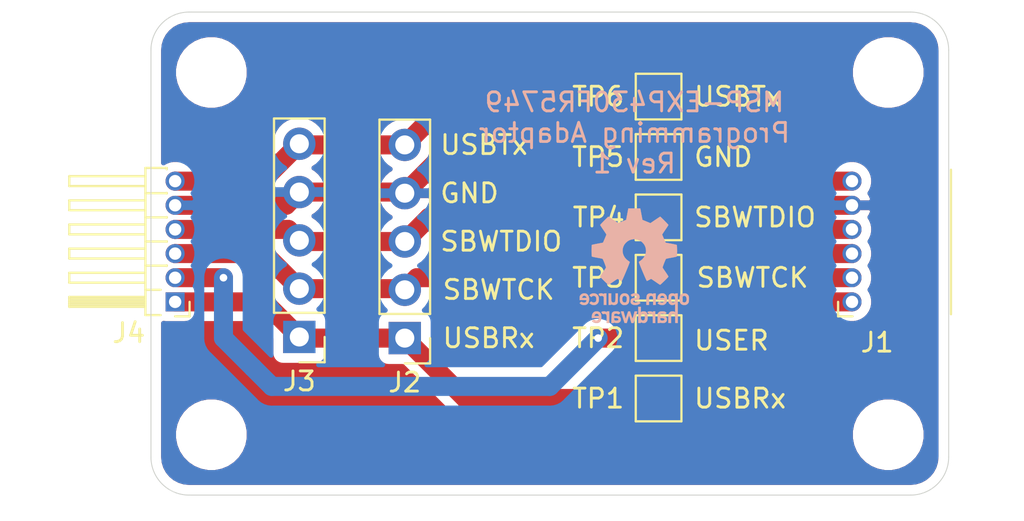
<source format=kicad_pcb>
(kicad_pcb (version 20171130) (host pcbnew "(5.1.9)-1")

  (general
    (thickness 1.6)
    (drawings 20)
    (tracks 51)
    (zones 0)
    (modules 15)
    (nets 7)
  )

  (page A4)
  (layers
    (0 F.Cu signal)
    (31 B.Cu signal)
    (32 B.Adhes user)
    (33 F.Adhes user)
    (34 B.Paste user)
    (35 F.Paste user)
    (36 B.SilkS user)
    (37 F.SilkS user)
    (38 B.Mask user)
    (39 F.Mask user)
    (40 Dwgs.User user)
    (41 Cmts.User user)
    (42 Eco1.User user)
    (43 Eco2.User user)
    (44 Edge.Cuts user)
    (45 Margin user)
    (46 B.CrtYd user)
    (47 F.CrtYd user)
    (48 B.Fab user hide)
    (49 F.Fab user)
  )

  (setup
    (last_trace_width 0.25)
    (user_trace_width 1)
    (trace_clearance 0.2)
    (zone_clearance 0.508)
    (zone_45_only no)
    (trace_min 0.2)
    (via_size 0.8)
    (via_drill 0.4)
    (via_min_size 0.4)
    (via_min_drill 0.3)
    (uvia_size 0.3)
    (uvia_drill 0.1)
    (uvias_allowed no)
    (uvia_min_size 0.2)
    (uvia_min_drill 0.1)
    (edge_width 0.05)
    (segment_width 0.2)
    (pcb_text_width 0.3)
    (pcb_text_size 1.5 1.5)
    (mod_edge_width 0.12)
    (mod_text_size 1 1)
    (mod_text_width 0.15)
    (pad_size 1.524 1.524)
    (pad_drill 0.762)
    (pad_to_mask_clearance 0)
    (aux_axis_origin 0 0)
    (visible_elements 7FFFFFFF)
    (pcbplotparams
      (layerselection 0x010fc_ffffffff)
      (usegerberextensions false)
      (usegerberattributes true)
      (usegerberadvancedattributes true)
      (creategerberjobfile true)
      (excludeedgelayer true)
      (linewidth 0.100000)
      (plotframeref false)
      (viasonmask false)
      (mode 1)
      (useauxorigin false)
      (hpglpennumber 1)
      (hpglpenspeed 20)
      (hpglpendiameter 15.000000)
      (psnegative false)
      (psa4output false)
      (plotreference true)
      (plotvalue true)
      (plotinvisibletext false)
      (padsonsilk false)
      (subtractmaskfromsilk false)
      (outputformat 1)
      (mirror false)
      (drillshape 1)
      (scaleselection 1)
      (outputdirectory ""))
  )

  (net 0 "")
  (net 1 USBRx)
  (net 2 USER)
  (net 3 SBWTCK)
  (net 4 SBWTDIO)
  (net 5 GND)
  (net 6 USBTx)

  (net_class Default "This is the default net class."
    (clearance 0.2)
    (trace_width 0.25)
    (via_dia 0.8)
    (via_drill 0.4)
    (uvia_dia 0.3)
    (uvia_drill 0.1)
    (add_net GND)
    (add_net SBWTCK)
    (add_net SBWTDIO)
    (add_net USBRx)
    (add_net USBTx)
    (add_net USER)
  )

  (module Connector_PinHeader_1.27mm:PinHeader_1x06_P1.27mm_Horizontal (layer F.Cu) (tedit 59FED6E3) (tstamp 6186764A)
    (at 1.27 15.24 180)
    (descr "Through hole angled pin header, 1x06, 1.27mm pitch, 4.0mm pin length, single row")
    (tags "Through hole angled pin header THT 1x06 1.27mm single row")
    (path /619BF098)
    (fp_text reference J4 (at 2.4325 -1.635) (layer F.SilkS)
      (effects (font (size 1 1) (thickness 0.15)))
    )
    (fp_text value Conn_01x06_Male (at 2.4325 7.985) (layer F.Fab)
      (effects (font (size 1 1) (thickness 0.15)))
    )
    (fp_line (start 6 -1.15) (end -1.15 -1.15) (layer F.CrtYd) (width 0.05))
    (fp_line (start 6 7.5) (end 6 -1.15) (layer F.CrtYd) (width 0.05))
    (fp_line (start -1.15 7.5) (end 6 7.5) (layer F.CrtYd) (width 0.05))
    (fp_line (start -1.15 -1.15) (end -1.15 7.5) (layer F.CrtYd) (width 0.05))
    (fp_line (start -0.76 -0.76) (end 0 -0.76) (layer F.SilkS) (width 0.12))
    (fp_line (start -0.76 0) (end -0.76 -0.76) (layer F.SilkS) (width 0.12))
    (fp_line (start 5.56 6.61) (end 1.56 6.61) (layer F.SilkS) (width 0.12))
    (fp_line (start 5.56 6.09) (end 5.56 6.61) (layer F.SilkS) (width 0.12))
    (fp_line (start 1.56 6.09) (end 5.56 6.09) (layer F.SilkS) (width 0.12))
    (fp_line (start 0.44 5.699677) (end 0.44 5.730323) (layer F.SilkS) (width 0.12))
    (fp_line (start 0.44 5.715) (end 1.56 5.715) (layer F.SilkS) (width 0.12))
    (fp_line (start 5.56 5.34) (end 1.56 5.34) (layer F.SilkS) (width 0.12))
    (fp_line (start 5.56 4.82) (end 5.56 5.34) (layer F.SilkS) (width 0.12))
    (fp_line (start 1.56 4.82) (end 5.56 4.82) (layer F.SilkS) (width 0.12))
    (fp_line (start 0.44 4.429677) (end 0.44 4.460323) (layer F.SilkS) (width 0.12))
    (fp_line (start 0.44 4.445) (end 1.56 4.445) (layer F.SilkS) (width 0.12))
    (fp_line (start 5.56 4.07) (end 1.56 4.07) (layer F.SilkS) (width 0.12))
    (fp_line (start 5.56 3.55) (end 5.56 4.07) (layer F.SilkS) (width 0.12))
    (fp_line (start 1.56 3.55) (end 5.56 3.55) (layer F.SilkS) (width 0.12))
    (fp_line (start 0.44 3.159677) (end 0.44 3.190323) (layer F.SilkS) (width 0.12))
    (fp_line (start 0.44 3.175) (end 1.56 3.175) (layer F.SilkS) (width 0.12))
    (fp_line (start 5.56 2.8) (end 1.56 2.8) (layer F.SilkS) (width 0.12))
    (fp_line (start 5.56 2.28) (end 5.56 2.8) (layer F.SilkS) (width 0.12))
    (fp_line (start 1.56 2.28) (end 5.56 2.28) (layer F.SilkS) (width 0.12))
    (fp_line (start 0.44 1.889677) (end 0.44 1.920323) (layer F.SilkS) (width 0.12))
    (fp_line (start 0.44 1.905) (end 1.56 1.905) (layer F.SilkS) (width 0.12))
    (fp_line (start 5.56 1.53) (end 1.56 1.53) (layer F.SilkS) (width 0.12))
    (fp_line (start 5.56 1.01) (end 5.56 1.53) (layer F.SilkS) (width 0.12))
    (fp_line (start 1.56 1.01) (end 5.56 1.01) (layer F.SilkS) (width 0.12))
    (fp_line (start 0.76 0.635) (end 1.56 0.635) (layer F.SilkS) (width 0.12))
    (fp_line (start 1.56 0.16) (end 5.56 0.16) (layer F.SilkS) (width 0.12))
    (fp_line (start 1.56 0.04) (end 5.56 0.04) (layer F.SilkS) (width 0.12))
    (fp_line (start 1.56 -0.08) (end 5.56 -0.08) (layer F.SilkS) (width 0.12))
    (fp_line (start 1.56 -0.2) (end 5.56 -0.2) (layer F.SilkS) (width 0.12))
    (fp_line (start 5.56 0.26) (end 1.56 0.26) (layer F.SilkS) (width 0.12))
    (fp_line (start 5.56 -0.26) (end 5.56 0.26) (layer F.SilkS) (width 0.12))
    (fp_line (start 1.56 -0.26) (end 5.56 -0.26) (layer F.SilkS) (width 0.12))
    (fp_line (start 0.44 7.045) (end 0.44 6.969677) (layer F.SilkS) (width 0.12))
    (fp_line (start 1.56 7.045) (end 0.44 7.045) (layer F.SilkS) (width 0.12))
    (fp_line (start 1.56 -0.695) (end 1.56 7.045) (layer F.SilkS) (width 0.12))
    (fp_line (start 0.76 -0.695) (end 1.56 -0.695) (layer F.SilkS) (width 0.12))
    (fp_line (start 1.5 6.55) (end 5.5 6.55) (layer F.Fab) (width 0.1))
    (fp_line (start 5.5 6.15) (end 5.5 6.55) (layer F.Fab) (width 0.1))
    (fp_line (start 1.5 6.15) (end 5.5 6.15) (layer F.Fab) (width 0.1))
    (fp_line (start -0.2 6.55) (end 0.5 6.55) (layer F.Fab) (width 0.1))
    (fp_line (start -0.2 6.15) (end -0.2 6.55) (layer F.Fab) (width 0.1))
    (fp_line (start -0.2 6.15) (end 0.5 6.15) (layer F.Fab) (width 0.1))
    (fp_line (start 1.5 5.28) (end 5.5 5.28) (layer F.Fab) (width 0.1))
    (fp_line (start 5.5 4.88) (end 5.5 5.28) (layer F.Fab) (width 0.1))
    (fp_line (start 1.5 4.88) (end 5.5 4.88) (layer F.Fab) (width 0.1))
    (fp_line (start -0.2 5.28) (end 0.5 5.28) (layer F.Fab) (width 0.1))
    (fp_line (start -0.2 4.88) (end -0.2 5.28) (layer F.Fab) (width 0.1))
    (fp_line (start -0.2 4.88) (end 0.5 4.88) (layer F.Fab) (width 0.1))
    (fp_line (start 1.5 4.01) (end 5.5 4.01) (layer F.Fab) (width 0.1))
    (fp_line (start 5.5 3.61) (end 5.5 4.01) (layer F.Fab) (width 0.1))
    (fp_line (start 1.5 3.61) (end 5.5 3.61) (layer F.Fab) (width 0.1))
    (fp_line (start -0.2 4.01) (end 0.5 4.01) (layer F.Fab) (width 0.1))
    (fp_line (start -0.2 3.61) (end -0.2 4.01) (layer F.Fab) (width 0.1))
    (fp_line (start -0.2 3.61) (end 0.5 3.61) (layer F.Fab) (width 0.1))
    (fp_line (start 1.5 2.74) (end 5.5 2.74) (layer F.Fab) (width 0.1))
    (fp_line (start 5.5 2.34) (end 5.5 2.74) (layer F.Fab) (width 0.1))
    (fp_line (start 1.5 2.34) (end 5.5 2.34) (layer F.Fab) (width 0.1))
    (fp_line (start -0.2 2.74) (end 0.5 2.74) (layer F.Fab) (width 0.1))
    (fp_line (start -0.2 2.34) (end -0.2 2.74) (layer F.Fab) (width 0.1))
    (fp_line (start -0.2 2.34) (end 0.5 2.34) (layer F.Fab) (width 0.1))
    (fp_line (start 1.5 1.47) (end 5.5 1.47) (layer F.Fab) (width 0.1))
    (fp_line (start 5.5 1.07) (end 5.5 1.47) (layer F.Fab) (width 0.1))
    (fp_line (start 1.5 1.07) (end 5.5 1.07) (layer F.Fab) (width 0.1))
    (fp_line (start -0.2 1.47) (end 0.5 1.47) (layer F.Fab) (width 0.1))
    (fp_line (start -0.2 1.07) (end -0.2 1.47) (layer F.Fab) (width 0.1))
    (fp_line (start -0.2 1.07) (end 0.5 1.07) (layer F.Fab) (width 0.1))
    (fp_line (start 1.5 0.2) (end 5.5 0.2) (layer F.Fab) (width 0.1))
    (fp_line (start 5.5 -0.2) (end 5.5 0.2) (layer F.Fab) (width 0.1))
    (fp_line (start 1.5 -0.2) (end 5.5 -0.2) (layer F.Fab) (width 0.1))
    (fp_line (start -0.2 0.2) (end 0.5 0.2) (layer F.Fab) (width 0.1))
    (fp_line (start -0.2 -0.2) (end -0.2 0.2) (layer F.Fab) (width 0.1))
    (fp_line (start -0.2 -0.2) (end 0.5 -0.2) (layer F.Fab) (width 0.1))
    (fp_line (start 0.5 -0.385) (end 0.75 -0.635) (layer F.Fab) (width 0.1))
    (fp_line (start 0.5 6.985) (end 0.5 -0.385) (layer F.Fab) (width 0.1))
    (fp_line (start 1.5 6.985) (end 0.5 6.985) (layer F.Fab) (width 0.1))
    (fp_line (start 1.5 -0.635) (end 1.5 6.985) (layer F.Fab) (width 0.1))
    (fp_line (start 0.75 -0.635) (end 1.5 -0.635) (layer F.Fab) (width 0.1))
    (fp_text user %R (at 1 3.175 90) (layer F.Fab)
      (effects (font (size 0.6 0.6) (thickness 0.09)))
    )
    (pad 6 thru_hole oval (at 0 6.35 180) (size 1 1) (drill 0.65) (layers *.Cu *.Mask)
      (net 6 USBTx))
    (pad 5 thru_hole oval (at 0 5.08 180) (size 1 1) (drill 0.65) (layers *.Cu *.Mask)
      (net 5 GND))
    (pad 4 thru_hole oval (at 0 3.81 180) (size 1 1) (drill 0.65) (layers *.Cu *.Mask)
      (net 4 SBWTDIO))
    (pad 3 thru_hole oval (at 0 2.54 180) (size 1 1) (drill 0.65) (layers *.Cu *.Mask)
      (net 3 SBWTCK))
    (pad 2 thru_hole oval (at 0 1.27 180) (size 1 1) (drill 0.65) (layers *.Cu *.Mask)
      (net 2 USER))
    (pad 1 thru_hole rect (at 0 0 180) (size 1 1) (drill 0.65) (layers *.Cu *.Mask)
      (net 1 USBRx))
    (model ${KISYS3DMOD}/Connector_PinHeader_1.27mm.3dshapes/PinHeader_1x06_P1.27mm_Horizontal.wrl
      (at (xyz 0 0 0))
      (scale (xyz 1 1 1))
      (rotate (xyz 0 0 0))
    )
  )

  (module Symbol:OSHW-Logo_5.7x6mm_SilkScreen (layer B.Cu) (tedit 0) (tstamp 61866BEA)
    (at 25.4 13.335 180)
    (descr "Open Source Hardware Logo")
    (tags "Logo OSHW")
    (path /619BD026)
    (attr virtual)
    (fp_text reference LOGO1 (at 0 0) (layer B.SilkS) hide
      (effects (font (size 1 1) (thickness 0.15)) (justify mirror))
    )
    (fp_text value Logo_Open_Hardware_Small (at 0.75 0) (layer B.Fab) hide
      (effects (font (size 1 1) (thickness 0.15)) (justify mirror))
    )
    (fp_poly (pts (xy -1.908759 -1.469184) (xy -1.882247 -1.482282) (xy -1.849553 -1.505106) (xy -1.825725 -1.529996)
      (xy -1.809406 -1.561249) (xy -1.79924 -1.603166) (xy -1.793872 -1.660044) (xy -1.791944 -1.736184)
      (xy -1.791831 -1.768917) (xy -1.792161 -1.840656) (xy -1.793527 -1.891927) (xy -1.7965 -1.927404)
      (xy -1.801649 -1.951763) (xy -1.809543 -1.96968) (xy -1.817757 -1.981902) (xy -1.870187 -2.033905)
      (xy -1.93193 -2.065184) (xy -1.998536 -2.074592) (xy -2.065558 -2.06098) (xy -2.086792 -2.051354)
      (xy -2.137624 -2.024859) (xy -2.137624 -2.440052) (xy -2.100525 -2.420868) (xy -2.051643 -2.406025)
      (xy -1.991561 -2.402222) (xy -1.931564 -2.409243) (xy -1.886256 -2.425013) (xy -1.848675 -2.455047)
      (xy -1.816564 -2.498024) (xy -1.81415 -2.502436) (xy -1.803967 -2.523221) (xy -1.79653 -2.54417)
      (xy -1.791411 -2.569548) (xy -1.788181 -2.603618) (xy -1.786413 -2.650641) (xy -1.785677 -2.714882)
      (xy -1.785544 -2.787176) (xy -1.785544 -3.017822) (xy -1.923861 -3.017822) (xy -1.923861 -2.592533)
      (xy -1.962549 -2.559979) (xy -2.002738 -2.53394) (xy -2.040797 -2.529205) (xy -2.079066 -2.541389)
      (xy -2.099462 -2.55332) (xy -2.114642 -2.570313) (xy -2.125438 -2.595995) (xy -2.132683 -2.633991)
      (xy -2.137208 -2.687926) (xy -2.139844 -2.761425) (xy -2.140772 -2.810347) (xy -2.143911 -3.011535)
      (xy -2.209926 -3.015336) (xy -2.27594 -3.019136) (xy -2.27594 -1.77065) (xy -2.137624 -1.77065)
      (xy -2.134097 -1.840254) (xy -2.122215 -1.888569) (xy -2.10002 -1.918631) (xy -2.065559 -1.933471)
      (xy -2.030742 -1.936436) (xy -1.991329 -1.933028) (xy -1.965171 -1.919617) (xy -1.948814 -1.901896)
      (xy -1.935937 -1.882835) (xy -1.928272 -1.861601) (xy -1.924861 -1.831849) (xy -1.924749 -1.787236)
      (xy -1.925897 -1.74988) (xy -1.928532 -1.693604) (xy -1.932456 -1.656658) (xy -1.939063 -1.633223)
      (xy -1.949749 -1.61748) (xy -1.959833 -1.60838) (xy -2.00197 -1.588537) (xy -2.05184 -1.585332)
      (xy -2.080476 -1.592168) (xy -2.108828 -1.616464) (xy -2.127609 -1.663728) (xy -2.136712 -1.733624)
      (xy -2.137624 -1.77065) (xy -2.27594 -1.77065) (xy -2.27594 -1.458614) (xy -2.206782 -1.458614)
      (xy -2.16526 -1.460256) (xy -2.143838 -1.466087) (xy -2.137626 -1.477461) (xy -2.137624 -1.477798)
      (xy -2.134742 -1.488938) (xy -2.12203 -1.487673) (xy -2.096757 -1.475433) (xy -2.037869 -1.456707)
      (xy -1.971615 -1.454739) (xy -1.908759 -1.469184)) (layer B.SilkS) (width 0.01))
    (fp_poly (pts (xy -1.38421 -2.406555) (xy -1.325055 -2.422339) (xy -1.280023 -2.450948) (xy -1.248246 -2.488419)
      (xy -1.238366 -2.504411) (xy -1.231073 -2.521163) (xy -1.225974 -2.542592) (xy -1.222679 -2.572616)
      (xy -1.220797 -2.615154) (xy -1.219937 -2.674122) (xy -1.219707 -2.75344) (xy -1.219703 -2.774484)
      (xy -1.219703 -3.017822) (xy -1.280059 -3.017822) (xy -1.318557 -3.015126) (xy -1.347023 -3.008295)
      (xy -1.354155 -3.004083) (xy -1.373652 -2.996813) (xy -1.393566 -3.004083) (xy -1.426353 -3.01316)
      (xy -1.473978 -3.016813) (xy -1.526764 -3.015228) (xy -1.575036 -3.008589) (xy -1.603218 -3.000072)
      (xy -1.657753 -2.965063) (xy -1.691835 -2.916479) (xy -1.707157 -2.851882) (xy -1.707299 -2.850223)
      (xy -1.705955 -2.821566) (xy -1.584356 -2.821566) (xy -1.573726 -2.854161) (xy -1.55641 -2.872505)
      (xy -1.521652 -2.886379) (xy -1.475773 -2.891917) (xy -1.428988 -2.889191) (xy -1.391514 -2.878274)
      (xy -1.381015 -2.871269) (xy -1.362668 -2.838904) (xy -1.35802 -2.802111) (xy -1.35802 -2.753763)
      (xy -1.427582 -2.753763) (xy -1.493667 -2.75885) (xy -1.543764 -2.773263) (xy -1.574929 -2.795729)
      (xy -1.584356 -2.821566) (xy -1.705955 -2.821566) (xy -1.703987 -2.779647) (xy -1.68071 -2.723845)
      (xy -1.636948 -2.681647) (xy -1.630899 -2.677808) (xy -1.604907 -2.665309) (xy -1.572735 -2.65774)
      (xy -1.52776 -2.654061) (xy -1.474331 -2.653216) (xy -1.35802 -2.653169) (xy -1.35802 -2.604411)
      (xy -1.362953 -2.566581) (xy -1.375543 -2.541236) (xy -1.377017 -2.539887) (xy -1.405034 -2.5288)
      (xy -1.447326 -2.524503) (xy -1.494064 -2.526615) (xy -1.535418 -2.534756) (xy -1.559957 -2.546965)
      (xy -1.573253 -2.556746) (xy -1.587294 -2.558613) (xy -1.606671 -2.5506) (xy -1.635976 -2.530739)
      (xy -1.679803 -2.497063) (xy -1.683825 -2.493909) (xy -1.681764 -2.482236) (xy -1.664568 -2.462822)
      (xy -1.638433 -2.441248) (xy -1.609552 -2.423096) (xy -1.600478 -2.418809) (xy -1.56738 -2.410256)
      (xy -1.51888 -2.404155) (xy -1.464695 -2.401708) (xy -1.462161 -2.401703) (xy -1.38421 -2.406555)) (layer B.SilkS) (width 0.01))
    (fp_poly (pts (xy -0.993356 -2.40302) (xy -0.974539 -2.40866) (xy -0.968473 -2.421053) (xy -0.968218 -2.426647)
      (xy -0.967129 -2.44223) (xy -0.959632 -2.444676) (xy -0.939381 -2.433993) (xy -0.927351 -2.426694)
      (xy -0.8894 -2.411063) (xy -0.844072 -2.403334) (xy -0.796544 -2.40274) (xy -0.751995 -2.408513)
      (xy -0.715602 -2.419884) (xy -0.692543 -2.436088) (xy -0.687996 -2.456355) (xy -0.690291 -2.461843)
      (xy -0.70702 -2.484626) (xy -0.732963 -2.512647) (xy -0.737655 -2.517177) (xy -0.762383 -2.538005)
      (xy -0.783718 -2.544735) (xy -0.813555 -2.540038) (xy -0.825508 -2.536917) (xy -0.862705 -2.529421)
      (xy -0.888859 -2.532792) (xy -0.910946 -2.544681) (xy -0.931178 -2.560635) (xy -0.946079 -2.5807)
      (xy -0.956434 -2.608702) (xy -0.963029 -2.648467) (xy -0.966649 -2.703823) (xy -0.968078 -2.778594)
      (xy -0.968218 -2.82374) (xy -0.968218 -3.017822) (xy -1.09396 -3.017822) (xy -1.09396 -2.401683)
      (xy -1.031089 -2.401683) (xy -0.993356 -2.40302)) (layer B.SilkS) (width 0.01))
    (fp_poly (pts (xy -0.201188 -3.017822) (xy -0.270346 -3.017822) (xy -0.310488 -3.016645) (xy -0.331394 -3.011772)
      (xy -0.338922 -3.001186) (xy -0.339505 -2.994029) (xy -0.340774 -2.979676) (xy -0.348779 -2.976923)
      (xy -0.369815 -2.985771) (xy -0.386173 -2.994029) (xy -0.448977 -3.013597) (xy -0.517248 -3.014729)
      (xy -0.572752 -3.000135) (xy -0.624438 -2.964877) (xy -0.663838 -2.912835) (xy -0.685413 -2.85145)
      (xy -0.685962 -2.848018) (xy -0.689167 -2.810571) (xy -0.690761 -2.756813) (xy -0.690633 -2.716155)
      (xy -0.553279 -2.716155) (xy -0.550097 -2.770194) (xy -0.542859 -2.814735) (xy -0.53306 -2.839888)
      (xy -0.495989 -2.87426) (xy -0.451974 -2.886582) (xy -0.406584 -2.876618) (xy -0.367797 -2.846895)
      (xy -0.353108 -2.826905) (xy -0.344519 -2.80305) (xy -0.340496 -2.76823) (xy -0.339505 -2.71593)
      (xy -0.341278 -2.664139) (xy -0.345963 -2.618634) (xy -0.352603 -2.588181) (xy -0.35371 -2.585452)
      (xy -0.380491 -2.553) (xy -0.419579 -2.535183) (xy -0.463315 -2.532306) (xy -0.504038 -2.544674)
      (xy -0.534087 -2.572593) (xy -0.537204 -2.578148) (xy -0.546961 -2.612022) (xy -0.552277 -2.660728)
      (xy -0.553279 -2.716155) (xy -0.690633 -2.716155) (xy -0.690568 -2.69554) (xy -0.689664 -2.662563)
      (xy -0.683514 -2.580981) (xy -0.670733 -2.51973) (xy -0.649471 -2.474449) (xy -0.617878 -2.440779)
      (xy -0.587207 -2.421014) (xy -0.544354 -2.40712) (xy -0.491056 -2.402354) (xy -0.43648 -2.406236)
      (xy -0.389792 -2.418282) (xy -0.365124 -2.432693) (xy -0.339505 -2.455878) (xy -0.339505 -2.162773)
      (xy -0.201188 -2.162773) (xy -0.201188 -3.017822)) (layer B.SilkS) (width 0.01))
    (fp_poly (pts (xy 0.281524 -2.404237) (xy 0.331255 -2.407971) (xy 0.461291 -2.797773) (xy 0.481678 -2.728614)
      (xy 0.493946 -2.685874) (xy 0.510085 -2.628115) (xy 0.527512 -2.564625) (xy 0.536726 -2.53057)
      (xy 0.571388 -2.401683) (xy 0.714391 -2.401683) (xy 0.671646 -2.536857) (xy 0.650596 -2.603342)
      (xy 0.625167 -2.683539) (xy 0.59861 -2.767193) (xy 0.574902 -2.841782) (xy 0.520902 -3.011535)
      (xy 0.462598 -3.015328) (xy 0.404295 -3.019122) (xy 0.372679 -2.914734) (xy 0.353182 -2.849889)
      (xy 0.331904 -2.7784) (xy 0.313308 -2.715263) (xy 0.312574 -2.71275) (xy 0.298684 -2.669969)
      (xy 0.286429 -2.640779) (xy 0.277846 -2.629741) (xy 0.276082 -2.631018) (xy 0.269891 -2.64813)
      (xy 0.258128 -2.684787) (xy 0.242225 -2.736378) (xy 0.223614 -2.798294) (xy 0.213543 -2.832352)
      (xy 0.159007 -3.017822) (xy 0.043264 -3.017822) (xy -0.049263 -2.725471) (xy -0.075256 -2.643462)
      (xy -0.098934 -2.568987) (xy -0.11918 -2.505544) (xy -0.134874 -2.456632) (xy -0.144898 -2.425749)
      (xy -0.147945 -2.416726) (xy -0.145533 -2.407487) (xy -0.126592 -2.403441) (xy -0.087177 -2.403846)
      (xy -0.081007 -2.404152) (xy -0.007914 -2.407971) (xy 0.039957 -2.58401) (xy 0.057553 -2.648211)
      (xy 0.073277 -2.704649) (xy 0.085746 -2.748422) (xy 0.093574 -2.77463) (xy 0.09502 -2.778903)
      (xy 0.101014 -2.77399) (xy 0.113101 -2.748532) (xy 0.129893 -2.705997) (xy 0.150003 -2.64985)
      (xy 0.167003 -2.59913) (xy 0.231794 -2.400504) (xy 0.281524 -2.404237)) (layer B.SilkS) (width 0.01))
    (fp_poly (pts (xy 1.038411 -2.405417) (xy 1.091411 -2.41829) (xy 1.106731 -2.42511) (xy 1.136428 -2.442974)
      (xy 1.15922 -2.463093) (xy 1.176083 -2.488962) (xy 1.187998 -2.524073) (xy 1.195942 -2.57192)
      (xy 1.200894 -2.635996) (xy 1.203831 -2.719794) (xy 1.204947 -2.775768) (xy 1.209052 -3.017822)
      (xy 1.138932 -3.017822) (xy 1.096393 -3.016038) (xy 1.074476 -3.009942) (xy 1.068812 -2.999706)
      (xy 1.065821 -2.988637) (xy 1.052451 -2.990754) (xy 1.034233 -2.999629) (xy 0.988624 -3.013233)
      (xy 0.930007 -3.016899) (xy 0.868354 -3.010903) (xy 0.813638 -2.995521) (xy 0.80873 -2.993386)
      (xy 0.758723 -2.958255) (xy 0.725756 -2.909419) (xy 0.710587 -2.852333) (xy 0.711746 -2.831824)
      (xy 0.835508 -2.831824) (xy 0.846413 -2.859425) (xy 0.878745 -2.879204) (xy 0.93091 -2.889819)
      (xy 0.958787 -2.891228) (xy 1.005247 -2.88762) (xy 1.036129 -2.873597) (xy 1.043664 -2.866931)
      (xy 1.064076 -2.830666) (xy 1.068812 -2.797773) (xy 1.068812 -2.753763) (xy 1.007513 -2.753763)
      (xy 0.936256 -2.757395) (xy 0.886276 -2.768818) (xy 0.854696 -2.788824) (xy 0.847626 -2.797743)
      (xy 0.835508 -2.831824) (xy 0.711746 -2.831824) (xy 0.713971 -2.792456) (xy 0.736663 -2.735244)
      (xy 0.767624 -2.69658) (xy 0.786376 -2.679864) (xy 0.804733 -2.668878) (xy 0.828619 -2.66218)
      (xy 0.863957 -2.658326) (xy 0.916669 -2.655873) (xy 0.937577 -2.655168) (xy 1.068812 -2.650879)
      (xy 1.06862 -2.611158) (xy 1.063537 -2.569405) (xy 1.045162 -2.544158) (xy 1.008039 -2.52803)
      (xy 1.007043 -2.527742) (xy 0.95441 -2.5214) (xy 0.902906 -2.529684) (xy 0.86463 -2.549827)
      (xy 0.849272 -2.559773) (xy 0.83273 -2.558397) (xy 0.807275 -2.543987) (xy 0.792328 -2.533817)
      (xy 0.763091 -2.512088) (xy 0.74498 -2.4958) (xy 0.742074 -2.491137) (xy 0.75404 -2.467005)
      (xy 0.789396 -2.438185) (xy 0.804753 -2.428461) (xy 0.848901 -2.411714) (xy 0.908398 -2.402227)
      (xy 0.974487 -2.400095) (xy 1.038411 -2.405417)) (layer B.SilkS) (width 0.01))
    (fp_poly (pts (xy 1.635255 -2.401486) (xy 1.683595 -2.411015) (xy 1.711114 -2.425125) (xy 1.740064 -2.448568)
      (xy 1.698876 -2.500571) (xy 1.673482 -2.532064) (xy 1.656238 -2.547428) (xy 1.639102 -2.549776)
      (xy 1.614027 -2.542217) (xy 1.602257 -2.537941) (xy 1.55427 -2.531631) (xy 1.510324 -2.545156)
      (xy 1.47806 -2.57571) (xy 1.472819 -2.585452) (xy 1.467112 -2.611258) (xy 1.462706 -2.658817)
      (xy 1.459811 -2.724758) (xy 1.458631 -2.80571) (xy 1.458614 -2.817226) (xy 1.458614 -3.017822)
      (xy 1.320297 -3.017822) (xy 1.320297 -2.401683) (xy 1.389456 -2.401683) (xy 1.429333 -2.402725)
      (xy 1.450107 -2.407358) (xy 1.457789 -2.417849) (xy 1.458614 -2.427745) (xy 1.458614 -2.453806)
      (xy 1.491745 -2.427745) (xy 1.529735 -2.409965) (xy 1.58077 -2.401174) (xy 1.635255 -2.401486)) (layer B.SilkS) (width 0.01))
    (fp_poly (pts (xy 2.032581 -2.40497) (xy 2.092685 -2.420597) (xy 2.143021 -2.452848) (xy 2.167393 -2.47694)
      (xy 2.207345 -2.533895) (xy 2.230242 -2.599965) (xy 2.238108 -2.681182) (xy 2.238148 -2.687748)
      (xy 2.238218 -2.753763) (xy 1.858264 -2.753763) (xy 1.866363 -2.788342) (xy 1.880987 -2.819659)
      (xy 1.906581 -2.852291) (xy 1.911935 -2.8575) (xy 1.957943 -2.885694) (xy 2.01041 -2.890475)
      (xy 2.070803 -2.871926) (xy 2.08104 -2.866931) (xy 2.112439 -2.851745) (xy 2.13347 -2.843094)
      (xy 2.137139 -2.842293) (xy 2.149948 -2.850063) (xy 2.174378 -2.869072) (xy 2.186779 -2.87946)
      (xy 2.212476 -2.903321) (xy 2.220915 -2.919077) (xy 2.215058 -2.933571) (xy 2.211928 -2.937534)
      (xy 2.190725 -2.954879) (xy 2.155738 -2.975959) (xy 2.131337 -2.988265) (xy 2.062072 -3.009946)
      (xy 1.985388 -3.016971) (xy 1.912765 -3.008647) (xy 1.892426 -3.002686) (xy 1.829476 -2.968952)
      (xy 1.782815 -2.917045) (xy 1.752173 -2.846459) (xy 1.737282 -2.756692) (xy 1.735647 -2.709753)
      (xy 1.740421 -2.641413) (xy 1.86099 -2.641413) (xy 1.872652 -2.646465) (xy 1.903998 -2.650429)
      (xy 1.949571 -2.652768) (xy 1.980446 -2.653169) (xy 2.035981 -2.652783) (xy 2.071033 -2.650975)
      (xy 2.090262 -2.646773) (xy 2.09833 -2.639203) (xy 2.099901 -2.628218) (xy 2.089121 -2.594381)
      (xy 2.06198 -2.56094) (xy 2.026277 -2.535272) (xy 1.99056 -2.524772) (xy 1.942048 -2.534086)
      (xy 1.900053 -2.561013) (xy 1.870936 -2.599827) (xy 1.86099 -2.641413) (xy 1.740421 -2.641413)
      (xy 1.742599 -2.610236) (xy 1.764055 -2.530949) (xy 1.80047 -2.471263) (xy 1.852297 -2.430549)
      (xy 1.91999 -2.408179) (xy 1.956662 -2.403871) (xy 2.032581 -2.40497)) (layer B.SilkS) (width 0.01))
    (fp_poly (pts (xy -2.538261 -1.465148) (xy -2.472479 -1.494231) (xy -2.42254 -1.542793) (xy -2.388374 -1.610908)
      (xy -2.369907 -1.698651) (xy -2.368583 -1.712351) (xy -2.367546 -1.808939) (xy -2.380993 -1.893602)
      (xy -2.408108 -1.962221) (xy -2.422627 -1.984294) (xy -2.473201 -2.031011) (xy -2.537609 -2.061268)
      (xy -2.609666 -2.073824) (xy -2.683185 -2.067439) (xy -2.739072 -2.047772) (xy -2.787132 -2.014629)
      (xy -2.826412 -1.971175) (xy -2.827092 -1.970158) (xy -2.843044 -1.943338) (xy -2.85341 -1.916368)
      (xy -2.859688 -1.882332) (xy -2.863373 -1.83431) (xy -2.864997 -1.794931) (xy -2.865672 -1.759219)
      (xy -2.739955 -1.759219) (xy -2.738726 -1.79477) (xy -2.734266 -1.842094) (xy -2.726397 -1.872465)
      (xy -2.712207 -1.894072) (xy -2.698917 -1.906694) (xy -2.651802 -1.933122) (xy -2.602505 -1.936653)
      (xy -2.556593 -1.917639) (xy -2.533638 -1.896331) (xy -2.517096 -1.874859) (xy -2.507421 -1.854313)
      (xy -2.503174 -1.827574) (xy -2.50292 -1.787523) (xy -2.504228 -1.750638) (xy -2.507043 -1.697947)
      (xy -2.511505 -1.663772) (xy -2.519548 -1.64148) (xy -2.533103 -1.624442) (xy -2.543845 -1.614703)
      (xy -2.588777 -1.589123) (xy -2.637249 -1.587847) (xy -2.677894 -1.602999) (xy -2.712567 -1.634642)
      (xy -2.733224 -1.68662) (xy -2.739955 -1.759219) (xy -2.865672 -1.759219) (xy -2.866479 -1.716621)
      (xy -2.863948 -1.658056) (xy -2.856362 -1.614007) (xy -2.842681 -1.579248) (xy -2.821865 -1.548551)
      (xy -2.814147 -1.539436) (xy -2.765889 -1.494021) (xy -2.714128 -1.467493) (xy -2.650828 -1.456379)
      (xy -2.619961 -1.455471) (xy -2.538261 -1.465148)) (layer B.SilkS) (width 0.01))
    (fp_poly (pts (xy -1.356699 -1.472614) (xy -1.344168 -1.478514) (xy -1.300799 -1.510283) (xy -1.25979 -1.556646)
      (xy -1.229168 -1.607696) (xy -1.220459 -1.631166) (xy -1.212512 -1.673091) (xy -1.207774 -1.723757)
      (xy -1.207199 -1.744679) (xy -1.207129 -1.810693) (xy -1.587083 -1.810693) (xy -1.578983 -1.845273)
      (xy -1.559104 -1.88617) (xy -1.524347 -1.921514) (xy -1.482998 -1.944282) (xy -1.456649 -1.94901)
      (xy -1.420916 -1.943273) (xy -1.378282 -1.928882) (xy -1.363799 -1.922262) (xy -1.31024 -1.895513)
      (xy -1.264533 -1.930376) (xy -1.238158 -1.953955) (xy -1.224124 -1.973417) (xy -1.223414 -1.979129)
      (xy -1.235951 -1.992973) (xy -1.263428 -2.014012) (xy -1.288366 -2.030425) (xy -1.355664 -2.05993)
      (xy -1.43111 -2.073284) (xy -1.505888 -2.069812) (xy -1.565495 -2.051663) (xy -1.626941 -2.012784)
      (xy -1.670608 -1.961595) (xy -1.697926 -1.895367) (xy -1.710322 -1.811371) (xy -1.711421 -1.772936)
      (xy -1.707022 -1.684861) (xy -1.706482 -1.682299) (xy -1.580582 -1.682299) (xy -1.577115 -1.690558)
      (xy -1.562863 -1.695113) (xy -1.53347 -1.697065) (xy -1.484575 -1.697517) (xy -1.465748 -1.697525)
      (xy -1.408467 -1.696843) (xy -1.372141 -1.694364) (xy -1.352604 -1.689443) (xy -1.34569 -1.681434)
      (xy -1.345445 -1.678862) (xy -1.353336 -1.658423) (xy -1.373085 -1.629789) (xy -1.381575 -1.619763)
      (xy -1.413094 -1.591408) (xy -1.445949 -1.580259) (xy -1.463651 -1.579327) (xy -1.511539 -1.590981)
      (xy -1.551699 -1.622285) (xy -1.577173 -1.667752) (xy -1.577625 -1.669233) (xy -1.580582 -1.682299)
      (xy -1.706482 -1.682299) (xy -1.692392 -1.61551) (xy -1.666038 -1.560025) (xy -1.633807 -1.520639)
      (xy -1.574217 -1.477931) (xy -1.504168 -1.455109) (xy -1.429661 -1.453046) (xy -1.356699 -1.472614)) (layer B.SilkS) (width 0.01))
    (fp_poly (pts (xy 0.014017 -1.456452) (xy 0.061634 -1.465482) (xy 0.111034 -1.48437) (xy 0.116312 -1.486777)
      (xy 0.153774 -1.506476) (xy 0.179717 -1.524781) (xy 0.188103 -1.536508) (xy 0.180117 -1.555632)
      (xy 0.16072 -1.58385) (xy 0.15211 -1.594384) (xy 0.116628 -1.635847) (xy 0.070885 -1.608858)
      (xy 0.02735 -1.590878) (xy -0.02295 -1.581267) (xy -0.071188 -1.58066) (xy -0.108533 -1.589691)
      (xy -0.117495 -1.595327) (xy -0.134563 -1.621171) (xy -0.136637 -1.650941) (xy -0.123866 -1.674197)
      (xy -0.116312 -1.678708) (xy -0.093675 -1.684309) (xy -0.053885 -1.690892) (xy -0.004834 -1.697183)
      (xy 0.004215 -1.69817) (xy 0.082996 -1.711798) (xy 0.140136 -1.734946) (xy 0.17803 -1.769752)
      (xy 0.199079 -1.818354) (xy 0.205635 -1.877718) (xy 0.196577 -1.945198) (xy 0.167164 -1.998188)
      (xy 0.117278 -2.036783) (xy 0.0468 -2.061081) (xy -0.031435 -2.070667) (xy -0.095234 -2.070552)
      (xy -0.146984 -2.061845) (xy -0.182327 -2.049825) (xy -0.226983 -2.02888) (xy -0.268253 -2.004574)
      (xy -0.282921 -1.993876) (xy -0.320643 -1.963084) (xy -0.275148 -1.917049) (xy -0.229653 -1.871013)
      (xy -0.177928 -1.905243) (xy -0.126048 -1.930952) (xy -0.070649 -1.944399) (xy -0.017395 -1.945818)
      (xy 0.028049 -1.935443) (xy 0.060016 -1.913507) (xy 0.070338 -1.894998) (xy 0.068789 -1.865314)
      (xy 0.04314 -1.842615) (xy -0.00654 -1.82694) (xy -0.060969 -1.819695) (xy -0.144736 -1.805873)
      (xy -0.206967 -1.779796) (xy -0.248493 -1.740699) (xy -0.270147 -1.68782) (xy -0.273147 -1.625126)
      (xy -0.258329 -1.559642) (xy -0.224546 -1.510144) (xy -0.171495 -1.476408) (xy -0.098874 -1.458207)
      (xy -0.045072 -1.454639) (xy 0.014017 -1.456452)) (layer B.SilkS) (width 0.01))
    (fp_poly (pts (xy 0.610762 -1.466055) (xy 0.674363 -1.500692) (xy 0.724123 -1.555372) (xy 0.747568 -1.599842)
      (xy 0.757634 -1.639121) (xy 0.764156 -1.695116) (xy 0.766951 -1.759621) (xy 0.765836 -1.824429)
      (xy 0.760626 -1.881334) (xy 0.754541 -1.911727) (xy 0.734014 -1.953306) (xy 0.698463 -1.997468)
      (xy 0.655619 -2.036087) (xy 0.613211 -2.061034) (xy 0.612177 -2.06143) (xy 0.559553 -2.072331)
      (xy 0.497188 -2.072601) (xy 0.437924 -2.062676) (xy 0.41504 -2.054722) (xy 0.356102 -2.0213)
      (xy 0.31389 -1.977511) (xy 0.286156 -1.919538) (xy 0.270651 -1.843565) (xy 0.267143 -1.803771)
      (xy 0.26759 -1.753766) (xy 0.402376 -1.753766) (xy 0.406917 -1.826732) (xy 0.419986 -1.882334)
      (xy 0.440756 -1.917861) (xy 0.455552 -1.92802) (xy 0.493464 -1.935104) (xy 0.538527 -1.933007)
      (xy 0.577487 -1.922812) (xy 0.587704 -1.917204) (xy 0.614659 -1.884538) (xy 0.632451 -1.834545)
      (xy 0.640024 -1.773705) (xy 0.636325 -1.708497) (xy 0.628057 -1.669253) (xy 0.60432 -1.623805)
      (xy 0.566849 -1.595396) (xy 0.52172 -1.585573) (xy 0.475011 -1.595887) (xy 0.439132 -1.621112)
      (xy 0.420277 -1.641925) (xy 0.409272 -1.662439) (xy 0.404026 -1.690203) (xy 0.402449 -1.732762)
      (xy 0.402376 -1.753766) (xy 0.26759 -1.753766) (xy 0.268094 -1.69758) (xy 0.285388 -1.610501)
      (xy 0.319029 -1.54253) (xy 0.369018 -1.493664) (xy 0.435356 -1.463899) (xy 0.449601 -1.460448)
      (xy 0.53521 -1.452345) (xy 0.610762 -1.466055)) (layer B.SilkS) (width 0.01))
    (fp_poly (pts (xy 0.993367 -1.654342) (xy 0.994555 -1.746563) (xy 0.998897 -1.81661) (xy 1.007558 -1.867381)
      (xy 1.021704 -1.901772) (xy 1.0425 -1.922679) (xy 1.07111 -1.933) (xy 1.106535 -1.935636)
      (xy 1.143636 -1.932682) (xy 1.171818 -1.921889) (xy 1.192243 -1.90036) (xy 1.206079 -1.865199)
      (xy 1.214491 -1.81351) (xy 1.218643 -1.742394) (xy 1.219703 -1.654342) (xy 1.219703 -1.458614)
      (xy 1.35802 -1.458614) (xy 1.35802 -2.062179) (xy 1.288862 -2.062179) (xy 1.24717 -2.060489)
      (xy 1.225701 -2.054556) (xy 1.219703 -2.043293) (xy 1.216091 -2.033261) (xy 1.201714 -2.035383)
      (xy 1.172736 -2.04958) (xy 1.106319 -2.07148) (xy 1.035875 -2.069928) (xy 0.968377 -2.046147)
      (xy 0.936233 -2.027362) (xy 0.911715 -2.007022) (xy 0.893804 -1.981573) (xy 0.881479 -1.947458)
      (xy 0.873723 -1.901121) (xy 0.869516 -1.839007) (xy 0.86784 -1.757561) (xy 0.867624 -1.694578)
      (xy 0.867624 -1.458614) (xy 0.993367 -1.458614) (xy 0.993367 -1.654342)) (layer B.SilkS) (width 0.01))
    (fp_poly (pts (xy 2.217226 -1.46388) (xy 2.29008 -1.49483) (xy 2.313027 -1.509895) (xy 2.342354 -1.533048)
      (xy 2.360764 -1.551253) (xy 2.363961 -1.557183) (xy 2.354935 -1.57034) (xy 2.331837 -1.592667)
      (xy 2.313344 -1.60825) (xy 2.262728 -1.648926) (xy 2.22276 -1.615295) (xy 2.191874 -1.593584)
      (xy 2.161759 -1.58609) (xy 2.127292 -1.58792) (xy 2.072561 -1.601528) (xy 2.034886 -1.629772)
      (xy 2.011991 -1.675433) (xy 2.001597 -1.741289) (xy 2.001595 -1.741331) (xy 2.002494 -1.814939)
      (xy 2.016463 -1.868946) (xy 2.044328 -1.905716) (xy 2.063325 -1.918168) (xy 2.113776 -1.933673)
      (xy 2.167663 -1.933683) (xy 2.214546 -1.918638) (xy 2.225644 -1.911287) (xy 2.253476 -1.892511)
      (xy 2.275236 -1.889434) (xy 2.298704 -1.903409) (xy 2.324649 -1.92851) (xy 2.365716 -1.97088)
      (xy 2.320121 -2.008464) (xy 2.249674 -2.050882) (xy 2.170233 -2.071785) (xy 2.087215 -2.070272)
      (xy 2.032694 -2.056411) (xy 1.96897 -2.022135) (xy 1.918005 -1.968212) (xy 1.894851 -1.930149)
      (xy 1.876099 -1.875536) (xy 1.866715 -1.806369) (xy 1.866643 -1.731407) (xy 1.875824 -1.659409)
      (xy 1.894199 -1.599137) (xy 1.897093 -1.592958) (xy 1.939952 -1.532351) (xy 1.997979 -1.488224)
      (xy 2.066591 -1.461493) (xy 2.141201 -1.453073) (xy 2.217226 -1.46388)) (layer B.SilkS) (width 0.01))
    (fp_poly (pts (xy 2.677898 -1.456457) (xy 2.710096 -1.464279) (xy 2.771825 -1.492921) (xy 2.82461 -1.536667)
      (xy 2.861141 -1.589117) (xy 2.86616 -1.600893) (xy 2.873045 -1.63174) (xy 2.877864 -1.677371)
      (xy 2.879505 -1.723492) (xy 2.879505 -1.810693) (xy 2.697178 -1.810693) (xy 2.621979 -1.810978)
      (xy 2.569003 -1.812704) (xy 2.535325 -1.817181) (xy 2.51802 -1.82572) (xy 2.514163 -1.83963)
      (xy 2.520829 -1.860222) (xy 2.53277 -1.884315) (xy 2.56608 -1.924525) (xy 2.612368 -1.944558)
      (xy 2.668944 -1.943905) (xy 2.733031 -1.922101) (xy 2.788417 -1.895193) (xy 2.834375 -1.931532)
      (xy 2.880333 -1.967872) (xy 2.837096 -2.007819) (xy 2.779374 -2.045563) (xy 2.708386 -2.06832)
      (xy 2.632029 -2.074688) (xy 2.558199 -2.063268) (xy 2.546287 -2.059393) (xy 2.481399 -2.025506)
      (xy 2.43313 -1.974986) (xy 2.400465 -1.906325) (xy 2.382385 -1.818014) (xy 2.382175 -1.816121)
      (xy 2.380556 -1.719878) (xy 2.3871 -1.685542) (xy 2.514852 -1.685542) (xy 2.526584 -1.690822)
      (xy 2.558438 -1.694867) (xy 2.605397 -1.697176) (xy 2.635154 -1.697525) (xy 2.690648 -1.697306)
      (xy 2.725346 -1.695916) (xy 2.743601 -1.692251) (xy 2.749766 -1.68521) (xy 2.748195 -1.67369)
      (xy 2.746878 -1.669233) (xy 2.724382 -1.627355) (xy 2.689003 -1.593604) (xy 2.65778 -1.578773)
      (xy 2.616301 -1.579668) (xy 2.574269 -1.598164) (xy 2.539012 -1.628786) (xy 2.517854 -1.666062)
      (xy 2.514852 -1.685542) (xy 2.3871 -1.685542) (xy 2.39669 -1.635229) (xy 2.428698 -1.564191)
      (xy 2.474701 -1.508779) (xy 2.532821 -1.471009) (xy 2.60118 -1.452896) (xy 2.677898 -1.456457)) (layer B.SilkS) (width 0.01))
    (fp_poly (pts (xy -0.754012 -1.469002) (xy -0.722717 -1.48395) (xy -0.692409 -1.505541) (xy -0.669318 -1.530391)
      (xy -0.6525 -1.562087) (xy -0.641006 -1.604214) (xy -0.633891 -1.660358) (xy -0.630207 -1.734106)
      (xy -0.629008 -1.829044) (xy -0.628989 -1.838985) (xy -0.628713 -2.062179) (xy -0.76703 -2.062179)
      (xy -0.76703 -1.856418) (xy -0.767128 -1.780189) (xy -0.767809 -1.724939) (xy -0.769651 -1.686501)
      (xy -0.773233 -1.660706) (xy -0.779132 -1.643384) (xy -0.787927 -1.630368) (xy -0.80018 -1.617507)
      (xy -0.843047 -1.589873) (xy -0.889843 -1.584745) (xy -0.934424 -1.602217) (xy -0.949928 -1.615221)
      (xy -0.96131 -1.627447) (xy -0.969481 -1.64054) (xy -0.974974 -1.658615) (xy -0.97832 -1.685787)
      (xy -0.980051 -1.72617) (xy -0.980697 -1.783879) (xy -0.980792 -1.854132) (xy -0.980792 -2.062179)
      (xy -1.119109 -2.062179) (xy -1.119109 -1.458614) (xy -1.04995 -1.458614) (xy -1.008428 -1.460256)
      (xy -0.987006 -1.466087) (xy -0.980795 -1.477461) (xy -0.980792 -1.477798) (xy -0.97791 -1.488938)
      (xy -0.965199 -1.487674) (xy -0.939926 -1.475434) (xy -0.882605 -1.457424) (xy -0.817037 -1.455421)
      (xy -0.754012 -1.469002)) (layer B.SilkS) (width 0.01))
    (fp_poly (pts (xy 1.79946 -1.45803) (xy 1.842711 -1.471245) (xy 1.870558 -1.487941) (xy 1.879629 -1.501145)
      (xy 1.877132 -1.516797) (xy 1.860931 -1.541385) (xy 1.847232 -1.5588) (xy 1.818992 -1.590283)
      (xy 1.797775 -1.603529) (xy 1.779688 -1.602664) (xy 1.726035 -1.58901) (xy 1.68663 -1.58963)
      (xy 1.654632 -1.605104) (xy 1.64389 -1.614161) (xy 1.609505 -1.646027) (xy 1.609505 -2.062179)
      (xy 1.471188 -2.062179) (xy 1.471188 -1.458614) (xy 1.540347 -1.458614) (xy 1.581869 -1.460256)
      (xy 1.603291 -1.466087) (xy 1.609502 -1.477461) (xy 1.609505 -1.477798) (xy 1.612439 -1.489713)
      (xy 1.625704 -1.488159) (xy 1.644084 -1.479563) (xy 1.682046 -1.463568) (xy 1.712872 -1.453945)
      (xy 1.752536 -1.451478) (xy 1.79946 -1.45803)) (layer B.SilkS) (width 0.01))
    (fp_poly (pts (xy 0.376964 2.709982) (xy 0.433812 2.40843) (xy 0.853338 2.235488) (xy 1.104984 2.406605)
      (xy 1.175458 2.45425) (xy 1.239163 2.49679) (xy 1.293126 2.532285) (xy 1.334373 2.55879)
      (xy 1.359934 2.574364) (xy 1.366895 2.577722) (xy 1.379435 2.569086) (xy 1.406231 2.545208)
      (xy 1.44428 2.509141) (xy 1.490579 2.463933) (xy 1.542123 2.412636) (xy 1.595909 2.358299)
      (xy 1.648935 2.303972) (xy 1.698195 2.252705) (xy 1.740687 2.207549) (xy 1.773407 2.171554)
      (xy 1.793351 2.14777) (xy 1.798119 2.13981) (xy 1.791257 2.125135) (xy 1.77202 2.092986)
      (xy 1.74243 2.046508) (xy 1.70451 1.988844) (xy 1.660282 1.92314) (xy 1.634654 1.885664)
      (xy 1.587941 1.817232) (xy 1.546432 1.75548) (xy 1.51214 1.703481) (xy 1.48708 1.664308)
      (xy 1.473264 1.641035) (xy 1.471188 1.636145) (xy 1.475895 1.622245) (xy 1.488723 1.58985)
      (xy 1.507738 1.543515) (xy 1.531003 1.487794) (xy 1.556584 1.427242) (xy 1.582545 1.366414)
      (xy 1.60695 1.309864) (xy 1.627863 1.262148) (xy 1.643349 1.227819) (xy 1.651472 1.211432)
      (xy 1.651952 1.210788) (xy 1.664707 1.207659) (xy 1.698677 1.200679) (xy 1.75034 1.190533)
      (xy 1.816176 1.177908) (xy 1.892664 1.163491) (xy 1.93729 1.155177) (xy 2.019021 1.139616)
      (xy 2.092843 1.124808) (xy 2.155021 1.111564) (xy 2.201822 1.100695) (xy 2.229509 1.093011)
      (xy 2.235074 1.090573) (xy 2.240526 1.07407) (xy 2.244924 1.0368) (xy 2.248272 0.98312)
      (xy 2.250574 0.917388) (xy 2.251832 0.843963) (xy 2.252048 0.767204) (xy 2.251227 0.691468)
      (xy 2.249371 0.621114) (xy 2.246482 0.5605) (xy 2.242565 0.513984) (xy 2.237622 0.485925)
      (xy 2.234657 0.480084) (xy 2.216934 0.473083) (xy 2.179381 0.463073) (xy 2.126964 0.451231)
      (xy 2.064652 0.438733) (xy 2.0429 0.43469) (xy 1.938024 0.41548) (xy 1.85518 0.400009)
      (xy 1.79163 0.387663) (xy 1.744637 0.377827) (xy 1.711463 0.369886) (xy 1.689371 0.363224)
      (xy 1.675624 0.357227) (xy 1.667484 0.351281) (xy 1.666345 0.350106) (xy 1.654977 0.331174)
      (xy 1.637635 0.294331) (xy 1.61605 0.244087) (xy 1.591954 0.184954) (xy 1.567079 0.121444)
      (xy 1.543157 0.058068) (xy 1.521919 -0.000662) (xy 1.505097 -0.050235) (xy 1.494422 -0.086139)
      (xy 1.491627 -0.103862) (xy 1.49186 -0.104483) (xy 1.501331 -0.11897) (xy 1.522818 -0.150844)
      (xy 1.554063 -0.196789) (xy 1.592807 -0.253485) (xy 1.636793 -0.317617) (xy 1.649319 -0.335842)
      (xy 1.693984 -0.401914) (xy 1.733288 -0.4622) (xy 1.765088 -0.513235) (xy 1.787245 -0.55156)
      (xy 1.797617 -0.573711) (xy 1.798119 -0.576432) (xy 1.789405 -0.590736) (xy 1.765325 -0.619072)
      (xy 1.728976 -0.658396) (xy 1.683453 -0.705661) (xy 1.631852 -0.757823) (xy 1.577267 -0.811835)
      (xy 1.522794 -0.864653) (xy 1.471529 -0.913231) (xy 1.426567 -0.954523) (xy 1.391004 -0.985485)
      (xy 1.367935 -1.00307) (xy 1.361554 -1.005941) (xy 1.346699 -0.999178) (xy 1.316286 -0.980939)
      (xy 1.275268 -0.954297) (xy 1.243709 -0.932852) (xy 1.186525 -0.893503) (xy 1.118806 -0.847171)
      (xy 1.05088 -0.800913) (xy 1.014361 -0.776155) (xy 0.890752 -0.692547) (xy 0.786991 -0.74865)
      (xy 0.73972 -0.773228) (xy 0.699523 -0.792331) (xy 0.672326 -0.803227) (xy 0.665402 -0.804743)
      (xy 0.657077 -0.793549) (xy 0.640654 -0.761917) (xy 0.617357 -0.712765) (xy 0.588414 -0.64901)
      (xy 0.55505 -0.573571) (xy 0.518491 -0.489364) (xy 0.479964 -0.399308) (xy 0.440694 -0.306321)
      (xy 0.401908 -0.21332) (xy 0.36483 -0.123223) (xy 0.330689 -0.038948) (xy 0.300708 0.036587)
      (xy 0.276116 0.100466) (xy 0.258136 0.149769) (xy 0.247997 0.181579) (xy 0.246366 0.192504)
      (xy 0.259291 0.206439) (xy 0.287589 0.22906) (xy 0.325346 0.255667) (xy 0.328515 0.257772)
      (xy 0.4261 0.335886) (xy 0.504786 0.427018) (xy 0.563891 0.528255) (xy 0.602732 0.636682)
      (xy 0.620628 0.749386) (xy 0.616897 0.863452) (xy 0.590857 0.975966) (xy 0.541825 1.084015)
      (xy 0.5274 1.107655) (xy 0.452369 1.203113) (xy 0.36373 1.279768) (xy 0.264549 1.33722)
      (xy 0.157895 1.375071) (xy 0.046836 1.392922) (xy -0.065561 1.390375) (xy -0.176227 1.36703)
      (xy -0.282094 1.32249) (xy -0.380095 1.256355) (xy -0.41041 1.229513) (xy -0.487562 1.145488)
      (xy -0.543782 1.057034) (xy -0.582347 0.957885) (xy -0.603826 0.859697) (xy -0.609128 0.749303)
      (xy -0.591448 0.63836) (xy -0.552581 0.530619) (xy -0.494323 0.429831) (xy -0.418469 0.339744)
      (xy -0.326817 0.264108) (xy -0.314772 0.256136) (xy -0.276611 0.230026) (xy -0.247601 0.207405)
      (xy -0.233732 0.192961) (xy -0.233531 0.192504) (xy -0.236508 0.176879) (xy -0.248311 0.141418)
      (xy -0.267714 0.089038) (xy -0.293488 0.022655) (xy -0.324409 -0.054814) (xy -0.359249 -0.14045)
      (xy -0.396783 -0.231337) (xy -0.435783 -0.324559) (xy -0.475023 -0.417197) (xy -0.513276 -0.506335)
      (xy -0.549317 -0.589055) (xy -0.581917 -0.662441) (xy -0.609852 -0.723575) (xy -0.631895 -0.769541)
      (xy -0.646818 -0.797421) (xy -0.652828 -0.804743) (xy -0.671191 -0.799041) (xy -0.705552 -0.783749)
      (xy -0.749984 -0.761599) (xy -0.774417 -0.74865) (xy -0.878178 -0.692547) (xy -1.001787 -0.776155)
      (xy -1.064886 -0.818987) (xy -1.13397 -0.866122) (xy -1.198707 -0.910503) (xy -1.231134 -0.932852)
      (xy -1.276741 -0.963477) (xy -1.31536 -0.987747) (xy -1.341952 -1.002587) (xy -1.35059 -1.005724)
      (xy -1.363161 -0.997261) (xy -1.390984 -0.973636) (xy -1.431361 -0.937302) (xy -1.481595 -0.890711)
      (xy -1.538988 -0.836317) (xy -1.575286 -0.801392) (xy -1.63879 -0.738996) (xy -1.693673 -0.683188)
      (xy -1.737714 -0.636354) (xy -1.768695 -0.600882) (xy -1.784398 -0.579161) (xy -1.785905 -0.574752)
      (xy -1.778914 -0.557985) (xy -1.759594 -0.524082) (xy -1.730091 -0.476476) (xy -1.692545 -0.418599)
      (xy -1.6491 -0.353884) (xy -1.636745 -0.335842) (xy -1.591727 -0.270267) (xy -1.55134 -0.211228)
      (xy -1.51784 -0.162042) (xy -1.493486 -0.126028) (xy -1.480536 -0.106502) (xy -1.479285 -0.104483)
      (xy -1.481156 -0.088922) (xy -1.491087 -0.054709) (xy -1.507347 -0.006355) (xy -1.528205 0.051629)
      (xy -1.551927 0.11473) (xy -1.576784 0.178437) (xy -1.601042 0.238239) (xy -1.622971 0.289624)
      (xy -1.640838 0.328081) (xy -1.652913 0.349098) (xy -1.653771 0.350106) (xy -1.661154 0.356112)
      (xy -1.673625 0.362052) (xy -1.69392 0.36854) (xy -1.724778 0.376191) (xy -1.768934 0.38562)
      (xy -1.829126 0.397441) (xy -1.908093 0.412271) (xy -2.00857 0.430723) (xy -2.030325 0.43469)
      (xy -2.094802 0.447147) (xy -2.151011 0.459334) (xy -2.193987 0.470074) (xy -2.21876 0.478191)
      (xy -2.222082 0.480084) (xy -2.227556 0.496862) (xy -2.232006 0.534355) (xy -2.235428 0.588206)
      (xy -2.237819 0.654056) (xy -2.239177 0.727547) (xy -2.239499 0.80432) (xy -2.238781 0.880017)
      (xy -2.237021 0.95028) (xy -2.234216 1.01075) (xy -2.230362 1.05707) (xy -2.225457 1.084881)
      (xy -2.2225 1.090573) (xy -2.206037 1.096314) (xy -2.168551 1.105655) (xy -2.113775 1.117785)
      (xy -2.045445 1.131893) (xy -1.967294 1.14717) (xy -1.924716 1.155177) (xy -1.843929 1.170279)
      (xy -1.771887 1.18396) (xy -1.712111 1.195533) (xy -1.668121 1.204313) (xy -1.643439 1.209613)
      (xy -1.639377 1.210788) (xy -1.632511 1.224035) (xy -1.617998 1.255943) (xy -1.597771 1.301953)
      (xy -1.573766 1.357508) (xy -1.547918 1.418047) (xy -1.52216 1.479014) (xy -1.498427 1.535849)
      (xy -1.478654 1.583994) (xy -1.464776 1.61889) (xy -1.458726 1.635979) (xy -1.458614 1.636726)
      (xy -1.465472 1.650207) (xy -1.484698 1.68123) (xy -1.514272 1.726711) (xy -1.552173 1.783568)
      (xy -1.59638 1.848717) (xy -1.622079 1.886138) (xy -1.668907 1.954753) (xy -1.710499 2.017048)
      (xy -1.744825 2.069871) (xy -1.769857 2.110073) (xy -1.783565 2.1345) (xy -1.785544 2.139976)
      (xy -1.777034 2.152722) (xy -1.753507 2.179937) (xy -1.717968 2.218572) (xy -1.673423 2.265577)
      (xy -1.622877 2.317905) (xy -1.569336 2.372505) (xy -1.515805 2.42633) (xy -1.465289 2.47633)
      (xy -1.420794 2.519457) (xy -1.385325 2.552661) (xy -1.361887 2.572894) (xy -1.354046 2.577722)
      (xy -1.34128 2.570933) (xy -1.310744 2.551858) (xy -1.26541 2.522439) (xy -1.208244 2.484619)
      (xy -1.142216 2.440339) (xy -1.09241 2.406605) (xy -0.840764 2.235488) (xy -0.631001 2.321959)
      (xy -0.421237 2.40843) (xy -0.364389 2.709982) (xy -0.30754 3.011534) (xy 0.320115 3.011534)
      (xy 0.376964 2.709982)) (layer B.SilkS) (width 0.01))
  )

  (module MountingHole:MountingHole_2.7mm_M2.5 (layer F.Cu) (tedit 56D1B4CB) (tstamp 618665DF)
    (at 38.735 22.225)
    (descr "Mounting Hole 2.7mm, no annular, M2.5")
    (tags "mounting hole 2.7mm no annular m2.5")
    (path /619B9728)
    (attr virtual)
    (fp_text reference H4 (at 0 -3.7) (layer F.SilkS) hide
      (effects (font (size 1 1) (thickness 0.15)))
    )
    (fp_text value MountingHole (at 0 3.7) (layer F.Fab)
      (effects (font (size 1 1) (thickness 0.15)))
    )
    (fp_circle (center 0 0) (end 2.7 0) (layer Cmts.User) (width 0.15))
    (fp_circle (center 0 0) (end 2.95 0) (layer F.CrtYd) (width 0.05))
    (fp_text user %R (at 0.3 0) (layer F.Fab)
      (effects (font (size 1 1) (thickness 0.15)))
    )
    (pad 1 np_thru_hole circle (at 0 0) (size 2.7 2.7) (drill 2.7) (layers *.Cu *.Mask))
  )

  (module MountingHole:MountingHole_2.7mm_M2.5 (layer F.Cu) (tedit 56D1B4CB) (tstamp 618665D7)
    (at 3.175 22.225)
    (descr "Mounting Hole 2.7mm, no annular, M2.5")
    (tags "mounting hole 2.7mm no annular m2.5")
    (path /619B9525)
    (attr virtual)
    (fp_text reference H3 (at 0 -3.7) (layer F.SilkS) hide
      (effects (font (size 1 1) (thickness 0.15)))
    )
    (fp_text value MountingHole (at 0 3.7) (layer F.Fab)
      (effects (font (size 1 1) (thickness 0.15)))
    )
    (fp_circle (center 0 0) (end 2.7 0) (layer Cmts.User) (width 0.15))
    (fp_circle (center 0 0) (end 2.95 0) (layer F.CrtYd) (width 0.05))
    (fp_text user %R (at 0.3 0) (layer F.Fab)
      (effects (font (size 1 1) (thickness 0.15)))
    )
    (pad 1 np_thru_hole circle (at 0 0) (size 2.7 2.7) (drill 2.7) (layers *.Cu *.Mask))
  )

  (module MountingHole:MountingHole_2.7mm_M2.5 (layer F.Cu) (tedit 56D1B4CB) (tstamp 618665CF)
    (at 38.735 3.175)
    (descr "Mounting Hole 2.7mm, no annular, M2.5")
    (tags "mounting hole 2.7mm no annular m2.5")
    (path /619B9148)
    (attr virtual)
    (fp_text reference H2 (at 0 -3.7) (layer F.SilkS) hide
      (effects (font (size 1 1) (thickness 0.15)))
    )
    (fp_text value MountingHole (at 0 3.7) (layer F.Fab)
      (effects (font (size 1 1) (thickness 0.15)))
    )
    (fp_circle (center 0 0) (end 2.7 0) (layer Cmts.User) (width 0.15))
    (fp_circle (center 0 0) (end 2.95 0) (layer F.CrtYd) (width 0.05))
    (fp_text user %R (at 0.3 0) (layer F.Fab)
      (effects (font (size 1 1) (thickness 0.15)))
    )
    (pad 1 np_thru_hole circle (at 0 0) (size 2.7 2.7) (drill 2.7) (layers *.Cu *.Mask))
  )

  (module MountingHole:MountingHole_2.7mm_M2.5 (layer F.Cu) (tedit 56D1B4CB) (tstamp 618665C7)
    (at 3.175 3.175)
    (descr "Mounting Hole 2.7mm, no annular, M2.5")
    (tags "mounting hole 2.7mm no annular m2.5")
    (path /619B7ED4)
    (attr virtual)
    (fp_text reference H1 (at 0 -3.7) (layer F.SilkS) hide
      (effects (font (size 1 1) (thickness 0.15)))
    )
    (fp_text value MountingHole (at 0 3.7) (layer F.Fab)
      (effects (font (size 1 1) (thickness 0.15)))
    )
    (fp_circle (center 0 0) (end 2.7 0) (layer Cmts.User) (width 0.15))
    (fp_circle (center 0 0) (end 2.95 0) (layer F.CrtYd) (width 0.05))
    (fp_text user %R (at 0.3 0) (layer F.Fab)
      (effects (font (size 1 1) (thickness 0.15)))
    )
    (pad 1 np_thru_hole circle (at 0 0) (size 2.7 2.7) (drill 2.7) (layers *.Cu *.Mask))
  )

  (module TestPoint:TestPoint_Pad_2.0x2.0mm (layer F.Cu) (tedit 5A0F774F) (tstamp 61865ADC)
    (at 26.67 4.445 90)
    (descr "SMD rectangular pad as test Point, square 2.0mm side length")
    (tags "test point SMD pad rectangle square")
    (path /619AC264)
    (attr virtual)
    (fp_text reference TP6 (at 0 -3.175 180) (layer F.SilkS)
      (effects (font (size 1 1) (thickness 0.15)))
    )
    (fp_text value TestPoint (at 0 2.05 90) (layer F.Fab)
      (effects (font (size 1 1) (thickness 0.15)))
    )
    (fp_line (start -1.2 -1.2) (end 1.2 -1.2) (layer F.SilkS) (width 0.12))
    (fp_line (start 1.2 -1.2) (end 1.2 1.2) (layer F.SilkS) (width 0.12))
    (fp_line (start 1.2 1.2) (end -1.2 1.2) (layer F.SilkS) (width 0.12))
    (fp_line (start -1.2 1.2) (end -1.2 -1.2) (layer F.SilkS) (width 0.12))
    (fp_line (start -1.5 -1.5) (end 1.5 -1.5) (layer F.CrtYd) (width 0.05))
    (fp_line (start -1.5 -1.5) (end -1.5 1.5) (layer F.CrtYd) (width 0.05))
    (fp_line (start 1.5 1.5) (end 1.5 -1.5) (layer F.CrtYd) (width 0.05))
    (fp_line (start 1.5 1.5) (end -1.5 1.5) (layer F.CrtYd) (width 0.05))
    (fp_text user %R (at 0 -2 90) (layer F.Fab)
      (effects (font (size 1 1) (thickness 0.15)))
    )
    (pad 1 smd rect (at 0 0 90) (size 2 2) (layers F.Cu F.Mask)
      (net 6 USBTx))
  )

  (module TestPoint:TestPoint_Pad_2.0x2.0mm (layer F.Cu) (tedit 5A0F774F) (tstamp 61865ACE)
    (at 26.67 7.62 90)
    (descr "SMD rectangular pad as test Point, square 2.0mm side length")
    (tags "test point SMD pad rectangle square")
    (path /619AC0E7)
    (attr virtual)
    (fp_text reference TP5 (at 0 -3.175 180) (layer F.SilkS)
      (effects (font (size 1 1) (thickness 0.15)))
    )
    (fp_text value TestPoint (at 0 2.05 90) (layer F.Fab)
      (effects (font (size 1 1) (thickness 0.15)))
    )
    (fp_line (start -1.2 -1.2) (end 1.2 -1.2) (layer F.SilkS) (width 0.12))
    (fp_line (start 1.2 -1.2) (end 1.2 1.2) (layer F.SilkS) (width 0.12))
    (fp_line (start 1.2 1.2) (end -1.2 1.2) (layer F.SilkS) (width 0.12))
    (fp_line (start -1.2 1.2) (end -1.2 -1.2) (layer F.SilkS) (width 0.12))
    (fp_line (start -1.5 -1.5) (end 1.5 -1.5) (layer F.CrtYd) (width 0.05))
    (fp_line (start -1.5 -1.5) (end -1.5 1.5) (layer F.CrtYd) (width 0.05))
    (fp_line (start 1.5 1.5) (end 1.5 -1.5) (layer F.CrtYd) (width 0.05))
    (fp_line (start 1.5 1.5) (end -1.5 1.5) (layer F.CrtYd) (width 0.05))
    (fp_text user %R (at 0 -2 90) (layer F.Fab)
      (effects (font (size 1 1) (thickness 0.15)))
    )
    (pad 1 smd rect (at 0 0 90) (size 2 2) (layers F.Cu F.Mask)
      (net 5 GND))
  )

  (module TestPoint:TestPoint_Pad_2.0x2.0mm (layer F.Cu) (tedit 5A0F774F) (tstamp 61866015)
    (at 26.67 10.795 90)
    (descr "SMD rectangular pad as test Point, square 2.0mm side length")
    (tags "test point SMD pad rectangle square")
    (path /619ABFD3)
    (attr virtual)
    (fp_text reference TP4 (at 0 -3.145 180) (layer F.SilkS)
      (effects (font (size 1 1) (thickness 0.15)))
    )
    (fp_text value TestPoint (at 0 2.05 90) (layer F.Fab)
      (effects (font (size 1 1) (thickness 0.15)))
    )
    (fp_line (start -1.2 -1.2) (end 1.2 -1.2) (layer F.SilkS) (width 0.12))
    (fp_line (start 1.2 -1.2) (end 1.2 1.2) (layer F.SilkS) (width 0.12))
    (fp_line (start 1.2 1.2) (end -1.2 1.2) (layer F.SilkS) (width 0.12))
    (fp_line (start -1.2 1.2) (end -1.2 -1.2) (layer F.SilkS) (width 0.12))
    (fp_line (start -1.5 -1.5) (end 1.5 -1.5) (layer F.CrtYd) (width 0.05))
    (fp_line (start -1.5 -1.5) (end -1.5 1.5) (layer F.CrtYd) (width 0.05))
    (fp_line (start 1.5 1.5) (end 1.5 -1.5) (layer F.CrtYd) (width 0.05))
    (fp_line (start 1.5 1.5) (end -1.5 1.5) (layer F.CrtYd) (width 0.05))
    (fp_text user %R (at 0 -2 90) (layer F.Fab)
      (effects (font (size 1 1) (thickness 0.15)))
    )
    (pad 1 smd rect (at 0 0 90) (size 2 2) (layers F.Cu F.Mask)
      (net 4 SBWTDIO))
  )

  (module TestPoint:TestPoint_Pad_2.0x2.0mm (layer F.Cu) (tedit 5A0F774F) (tstamp 61865AB2)
    (at 26.67 13.97 90)
    (descr "SMD rectangular pad as test Point, square 2.0mm side length")
    (tags "test point SMD pad rectangle square")
    (path /619ABE46)
    (attr virtual)
    (fp_text reference TP3 (at 0 -3.175 180) (layer F.SilkS)
      (effects (font (size 1 1) (thickness 0.15)))
    )
    (fp_text value TestPoint (at 0 2.05 90) (layer F.Fab)
      (effects (font (size 1 1) (thickness 0.15)))
    )
    (fp_line (start -1.2 -1.2) (end 1.2 -1.2) (layer F.SilkS) (width 0.12))
    (fp_line (start 1.2 -1.2) (end 1.2 1.2) (layer F.SilkS) (width 0.12))
    (fp_line (start 1.2 1.2) (end -1.2 1.2) (layer F.SilkS) (width 0.12))
    (fp_line (start -1.2 1.2) (end -1.2 -1.2) (layer F.SilkS) (width 0.12))
    (fp_line (start -1.5 -1.5) (end 1.5 -1.5) (layer F.CrtYd) (width 0.05))
    (fp_line (start -1.5 -1.5) (end -1.5 1.5) (layer F.CrtYd) (width 0.05))
    (fp_line (start 1.5 1.5) (end 1.5 -1.5) (layer F.CrtYd) (width 0.05))
    (fp_line (start 1.5 1.5) (end -1.5 1.5) (layer F.CrtYd) (width 0.05))
    (fp_text user %R (at 0 -2 90) (layer F.Fab)
      (effects (font (size 1 1) (thickness 0.15)))
    )
    (pad 1 smd rect (at 0 0 90) (size 2 2) (layers F.Cu F.Mask)
      (net 3 SBWTCK))
  )

  (module TestPoint:TestPoint_Pad_2.0x2.0mm (layer F.Cu) (tedit 5A0F774F) (tstamp 61865AA4)
    (at 26.67 17.145 90)
    (descr "SMD rectangular pad as test Point, square 2.0mm side length")
    (tags "test point SMD pad rectangle square")
    (path /619ABD0A)
    (attr virtual)
    (fp_text reference TP2 (at 0 -3.175 180) (layer F.SilkS)
      (effects (font (size 1 1) (thickness 0.15)))
    )
    (fp_text value TestPoint (at 0 2.05 90) (layer F.Fab)
      (effects (font (size 1 1) (thickness 0.15)))
    )
    (fp_line (start -1.2 -1.2) (end 1.2 -1.2) (layer F.SilkS) (width 0.12))
    (fp_line (start 1.2 -1.2) (end 1.2 1.2) (layer F.SilkS) (width 0.12))
    (fp_line (start 1.2 1.2) (end -1.2 1.2) (layer F.SilkS) (width 0.12))
    (fp_line (start -1.2 1.2) (end -1.2 -1.2) (layer F.SilkS) (width 0.12))
    (fp_line (start -1.5 -1.5) (end 1.5 -1.5) (layer F.CrtYd) (width 0.05))
    (fp_line (start -1.5 -1.5) (end -1.5 1.5) (layer F.CrtYd) (width 0.05))
    (fp_line (start 1.5 1.5) (end 1.5 -1.5) (layer F.CrtYd) (width 0.05))
    (fp_line (start 1.5 1.5) (end -1.5 1.5) (layer F.CrtYd) (width 0.05))
    (pad 1 smd rect (at 0 0 90) (size 2 2) (layers F.Cu F.Mask)
      (net 2 USER))
  )

  (module TestPoint:TestPoint_Pad_2.0x2.0mm (layer F.Cu) (tedit 5A0F774F) (tstamp 61865CA6)
    (at 26.67 20.32 90)
    (descr "SMD rectangular pad as test Point, square 2.0mm side length")
    (tags "test point SMD pad rectangle square")
    (path /619A9D31)
    (attr virtual)
    (fp_text reference TP1 (at 0 -3.175 180) (layer F.SilkS)
      (effects (font (size 1 1) (thickness 0.15)))
    )
    (fp_text value TestPoint (at 0 2.05 90) (layer F.Fab)
      (effects (font (size 1 1) (thickness 0.15)))
    )
    (fp_line (start -1.2 -1.2) (end 1.2 -1.2) (layer F.SilkS) (width 0.12))
    (fp_line (start 1.2 -1.2) (end 1.2 1.2) (layer F.SilkS) (width 0.12))
    (fp_line (start 1.2 1.2) (end -1.2 1.2) (layer F.SilkS) (width 0.12))
    (fp_line (start -1.2 1.2) (end -1.2 -1.2) (layer F.SilkS) (width 0.12))
    (fp_line (start -1.5 -1.5) (end 1.5 -1.5) (layer F.CrtYd) (width 0.05))
    (fp_line (start -1.5 -1.5) (end -1.5 1.5) (layer F.CrtYd) (width 0.05))
    (fp_line (start 1.5 1.5) (end 1.5 -1.5) (layer F.CrtYd) (width 0.05))
    (fp_line (start 1.5 1.5) (end -1.5 1.5) (layer F.CrtYd) (width 0.05))
    (pad 1 smd rect (at 0 0 90) (size 2 2) (layers F.Cu F.Mask)
      (net 1 USBRx))
  )

  (module Connector_PinHeader_2.54mm:PinHeader_1x05_P2.54mm_Vertical (layer F.Cu) (tedit 59FED5CC) (tstamp 61865A88)
    (at 7.795 17.085 180)
    (descr "Through hole straight pin header, 1x05, 2.54mm pitch, single row")
    (tags "Through hole pin header THT 1x05 2.54mm single row")
    (path /6199FDBD)
    (fp_text reference J3 (at 0 -2.33) (layer F.SilkS)
      (effects (font (size 1 1) (thickness 0.15)))
    )
    (fp_text value Conn_01x05_Male (at 0 12.49) (layer F.Fab)
      (effects (font (size 1 1) (thickness 0.15)))
    )
    (fp_line (start -0.635 -1.27) (end 1.27 -1.27) (layer F.Fab) (width 0.1))
    (fp_line (start 1.27 -1.27) (end 1.27 11.43) (layer F.Fab) (width 0.1))
    (fp_line (start 1.27 11.43) (end -1.27 11.43) (layer F.Fab) (width 0.1))
    (fp_line (start -1.27 11.43) (end -1.27 -0.635) (layer F.Fab) (width 0.1))
    (fp_line (start -1.27 -0.635) (end -0.635 -1.27) (layer F.Fab) (width 0.1))
    (fp_line (start -1.33 11.49) (end 1.33 11.49) (layer F.SilkS) (width 0.12))
    (fp_line (start -1.33 1.27) (end -1.33 11.49) (layer F.SilkS) (width 0.12))
    (fp_line (start 1.33 1.27) (end 1.33 11.49) (layer F.SilkS) (width 0.12))
    (fp_line (start -1.33 1.27) (end 1.33 1.27) (layer F.SilkS) (width 0.12))
    (fp_line (start -1.33 0) (end -1.33 -1.33) (layer F.SilkS) (width 0.12))
    (fp_line (start -1.33 -1.33) (end 0 -1.33) (layer F.SilkS) (width 0.12))
    (fp_line (start -1.8 -1.8) (end -1.8 11.95) (layer F.CrtYd) (width 0.05))
    (fp_line (start -1.8 11.95) (end 1.8 11.95) (layer F.CrtYd) (width 0.05))
    (fp_line (start 1.8 11.95) (end 1.8 -1.8) (layer F.CrtYd) (width 0.05))
    (fp_line (start 1.8 -1.8) (end -1.8 -1.8) (layer F.CrtYd) (width 0.05))
    (fp_text user %R (at 0 5.08 90) (layer F.Fab)
      (effects (font (size 1 1) (thickness 0.15)))
    )
    (pad 5 thru_hole oval (at 0 10.16 180) (size 1.7 1.7) (drill 1) (layers *.Cu *.Mask)
      (net 6 USBTx))
    (pad 4 thru_hole oval (at 0 7.62 180) (size 1.7 1.7) (drill 1) (layers *.Cu *.Mask)
      (net 5 GND))
    (pad 3 thru_hole oval (at 0 5.08 180) (size 1.7 1.7) (drill 1) (layers *.Cu *.Mask)
      (net 4 SBWTDIO))
    (pad 2 thru_hole oval (at 0 2.54 180) (size 1.7 1.7) (drill 1) (layers *.Cu *.Mask)
      (net 3 SBWTCK))
    (pad 1 thru_hole rect (at 0 0 180) (size 1.7 1.7) (drill 1) (layers *.Cu *.Mask)
      (net 1 USBRx))
    (model ${KISYS3DMOD}/Connector_PinHeader_2.54mm.3dshapes/PinHeader_1x05_P2.54mm_Vertical.wrl
      (at (xyz 0 0 0))
      (scale (xyz 1 1 1))
      (rotate (xyz 0 0 0))
    )
  )

  (module Connector_PinHeader_2.54mm:PinHeader_1x05_P2.54mm_Vertical (layer F.Cu) (tedit 59FED5CC) (tstamp 61865A6F)
    (at 13.335 17.145 180)
    (descr "Through hole straight pin header, 1x05, 2.54mm pitch, single row")
    (tags "Through hole pin header THT 1x05 2.54mm single row")
    (path /619A3C71)
    (fp_text reference J2 (at 0 -2.33) (layer F.SilkS)
      (effects (font (size 1 1) (thickness 0.15)))
    )
    (fp_text value Conn_01x05_Male (at 0 12.49) (layer F.Fab)
      (effects (font (size 1 1) (thickness 0.15)))
    )
    (fp_line (start -0.635 -1.27) (end 1.27 -1.27) (layer F.Fab) (width 0.1))
    (fp_line (start 1.27 -1.27) (end 1.27 11.43) (layer F.Fab) (width 0.1))
    (fp_line (start 1.27 11.43) (end -1.27 11.43) (layer F.Fab) (width 0.1))
    (fp_line (start -1.27 11.43) (end -1.27 -0.635) (layer F.Fab) (width 0.1))
    (fp_line (start -1.27 -0.635) (end -0.635 -1.27) (layer F.Fab) (width 0.1))
    (fp_line (start -1.33 11.49) (end 1.33 11.49) (layer F.SilkS) (width 0.12))
    (fp_line (start -1.33 1.27) (end -1.33 11.49) (layer F.SilkS) (width 0.12))
    (fp_line (start 1.33 1.27) (end 1.33 11.49) (layer F.SilkS) (width 0.12))
    (fp_line (start -1.33 1.27) (end 1.33 1.27) (layer F.SilkS) (width 0.12))
    (fp_line (start -1.33 0) (end -1.33 -1.33) (layer F.SilkS) (width 0.12))
    (fp_line (start -1.33 -1.33) (end 0 -1.33) (layer F.SilkS) (width 0.12))
    (fp_line (start -1.8 -1.8) (end -1.8 11.95) (layer F.CrtYd) (width 0.05))
    (fp_line (start -1.8 11.95) (end 1.8 11.95) (layer F.CrtYd) (width 0.05))
    (fp_line (start 1.8 11.95) (end 1.8 -1.8) (layer F.CrtYd) (width 0.05))
    (fp_line (start 1.8 -1.8) (end -1.8 -1.8) (layer F.CrtYd) (width 0.05))
    (fp_text user %R (at 0 5.08 90) (layer F.Fab)
      (effects (font (size 1 1) (thickness 0.15)))
    )
    (pad 5 thru_hole oval (at 0 10.16 180) (size 1.7 1.7) (drill 1) (layers *.Cu *.Mask)
      (net 6 USBTx))
    (pad 4 thru_hole oval (at 0 7.62 180) (size 1.7 1.7) (drill 1) (layers *.Cu *.Mask)
      (net 5 GND))
    (pad 3 thru_hole oval (at 0 5.08 180) (size 1.7 1.7) (drill 1) (layers *.Cu *.Mask)
      (net 4 SBWTDIO))
    (pad 2 thru_hole oval (at 0 2.54 180) (size 1.7 1.7) (drill 1) (layers *.Cu *.Mask)
      (net 3 SBWTCK))
    (pad 1 thru_hole rect (at 0 0 180) (size 1.7 1.7) (drill 1) (layers *.Cu *.Mask)
      (net 1 USBRx))
    (model ${KISYS3DMOD}/Connector_PinHeader_2.54mm.3dshapes/PinHeader_1x05_P2.54mm_Vertical.wrl
      (at (xyz 0 0 0))
      (scale (xyz 1 1 1))
      (rotate (xyz 0 0 0))
    )
  )

  (module Gigahawk:851-87-006-20-001101 (layer F.Cu) (tedit 6184FC45) (tstamp 6186592D)
    (at 36.83 15.24 180)
    (descr "Through hole angled socket strip, 1x06, 1.27mm pitch")
    (tags "Through hole angled socket strip THT 1x06 1.27mm single row")
    (path /6199DE7D)
    (fp_text reference J1 (at -1.3225 -2.135) (layer F.SilkS)
      (effects (font (size 1 1) (thickness 0.15)))
    )
    (fp_text value Conn_01x06_Female (at -1.3225 8.485) (layer F.Fab)
      (effects (font (size 1 1) (thickness 0.15)))
    )
    (fp_line (start -5.2 -0.65) (end -5.2 6.95) (layer F.SilkS) (width 0.12))
    (fp_line (start -5.0038 -0.635) (end -0.535 -0.635) (layer F.Fab) (width 0.1))
    (fp_line (start -0.535 -0.635) (end -0.15 -0.25) (layer F.Fab) (width 0.1))
    (fp_line (start -0.15 6.985) (end -5.0038 6.985) (layer F.Fab) (width 0.1))
    (fp_line (start -5.0038 6.985) (end -5.0038 -0.635) (layer F.Fab) (width 0.1))
    (fp_line (start 0.73 -0.76) (end 0.73 0) (layer F.SilkS) (width 0.12))
    (fp_line (start -0.03 -0.76) (end 0.73 -0.76) (layer F.SilkS) (width 0.12))
    (fp_line (start 0.7 -1.15) (end -5.35 -1.15) (layer F.CrtYd) (width 0.05))
    (fp_line (start -5.35 -1.15) (end -5.35 7.5) (layer F.CrtYd) (width 0.05))
    (fp_line (start -5.35 7.5) (end 0.7 7.5) (layer F.CrtYd) (width 0.05))
    (fp_line (start 0.7 7.5) (end 0.7 -1.15) (layer F.CrtYd) (width 0.05))
    (fp_text user %R (at -2.35 3.175 90) (layer F.Fab)
      (effects (font (size 1 1) (thickness 0.15)))
    )
    (pad 1 thru_hole oval (at 0 0 180) (size 1 1) (drill 0.65) (layers *.Cu *.Mask)
      (net 1 USBRx))
    (pad 2 thru_hole oval (at 0 1.27 180) (size 1 1) (drill 0.65) (layers *.Cu *.Mask)
      (net 2 USER))
    (pad 3 thru_hole oval (at 0 2.54 180) (size 1 1) (drill 0.65) (layers *.Cu *.Mask)
      (net 3 SBWTCK))
    (pad 4 thru_hole oval (at 0 3.81 180) (size 1 1) (drill 0.65) (layers *.Cu *.Mask)
      (net 4 SBWTDIO))
    (pad 5 thru_hole oval (at 0 5.08 180) (size 1 1) (drill 0.65) (layers *.Cu *.Mask)
      (net 5 GND))
    (pad 6 thru_hole oval (at 0 6.35 180) (size 1 1) (drill 0.65) (layers *.Cu *.Mask)
      (net 6 USBTx))
    (model ${KIPRJMOD}/Gigahawk.pretty/Gigahawk.3dshapes/pcb_connector_851-87-006-20-001101.stp
      (offset (xyz -1.17 -3.18 1.1))
      (scale (xyz 1 1 1))
      (rotate (xyz 180 0 90))
    )
  )

  (gr_text "MSP-EXP430FR5749\nProgramming Adaptor\nRev 1" (at 25.4 6.35) (layer B.SilkS)
    (effects (font (size 1 1) (thickness 0.15)) (justify mirror))
  )
  (gr_text USBTx (at 15.113 6.985) (layer F.SilkS) (tstamp 6186627B)
    (effects (font (size 1 1) (thickness 0.15)) (justify left))
  )
  (gr_text GND (at 15.113 9.525) (layer F.SilkS) (tstamp 61866273)
    (effects (font (size 1 1) (thickness 0.15)) (justify left))
  )
  (gr_text SBWTDIO (at 15.113 12.065) (layer F.SilkS) (tstamp 61866270)
    (effects (font (size 1 1) (thickness 0.15)) (justify left))
  )
  (gr_text SBWTCK (at 15.24 14.605) (layer F.SilkS) (tstamp 61866220)
    (effects (font (size 1 1) (thickness 0.15)) (justify left))
  )
  (gr_text USBRx (at 15.24 17.145) (layer F.SilkS) (tstamp 61866278)
    (effects (font (size 1 1) (thickness 0.15)) (justify left))
  )
  (gr_text USBTx (at 28.448 4.445) (layer F.SilkS) (tstamp 61866064)
    (effects (font (size 1 1) (thickness 0.15)) (justify left))
  )
  (gr_text GND (at 28.448 7.62) (layer F.SilkS) (tstamp 61866064)
    (effects (font (size 1 1) (thickness 0.15)) (justify left))
  )
  (gr_text SBWTDIO (at 28.448 10.795) (layer F.SilkS) (tstamp 61865FB6)
    (effects (font (size 1 1) (thickness 0.15)) (justify left))
  )
  (gr_text SBWTCK (at 28.575 13.97) (layer F.SilkS) (tstamp 61865FAE)
    (effects (font (size 1 1) (thickness 0.15)) (justify left))
  )
  (gr_text USER (at 28.448 17.272) (layer F.SilkS) (tstamp 61865FAE)
    (effects (font (size 1 1) (thickness 0.15)) (justify left))
  )
  (gr_text USBRx (at 28.448 20.32) (layer F.SilkS) (tstamp 6186605B)
    (effects (font (size 1 1) (thickness 0.15)) (justify left))
  )
  (gr_line (start 41.91 2) (end 41.91 23.4) (angle 90) (layer Edge.Cuts) (width 0.05))
  (gr_line (start 2 0) (end 39.91 0) (angle 90) (layer Edge.Cuts) (width 0.05))
  (gr_line (start 0 2) (end 0 23.4) (angle 90) (layer Edge.Cuts) (width 0.05))
  (gr_line (start 39.91 25.4) (end 2 25.4) (angle 90) (layer Edge.Cuts) (width 0.05))
  (gr_arc (start 2 2) (end 2 0) (angle -90) (layer Edge.Cuts) (width 0.05))
  (gr_arc (start 39.91 2) (end 41.91 2) (angle -90) (layer Edge.Cuts) (width 0.05))
  (gr_arc (start 39.91 23.4) (end 39.91 25.4) (angle -90) (layer Edge.Cuts) (width 0.05))
  (gr_arc (start 2 23.4) (end 0 23.4) (angle -90) (layer Edge.Cuts) (width 0.05))

  (segment (start 31.75 15.24) (end 26.67 20.32) (width 1) (layer F.Cu) (net 1))
  (segment (start 36.83 15.24) (end 31.75 15.24) (width 1) (layer F.Cu) (net 1))
  (segment (start 16.51 20.32) (end 13.335 17.145) (width 1) (layer F.Cu) (net 1))
  (segment (start 26.67 20.32) (end 16.51 20.32) (width 1) (layer F.Cu) (net 1))
  (segment (start 7.855 17.145) (end 7.795 17.085) (width 1) (layer F.Cu) (net 1))
  (segment (start 13.335 17.145) (end 7.855 17.145) (width 1) (layer F.Cu) (net 1))
  (segment (start 5.95 15.24) (end 7.795 17.085) (width 1) (layer F.Cu) (net 1))
  (segment (start 1.27 15.24) (end 5.95 15.24) (width 1) (layer F.Cu) (net 1))
  (segment (start 29.845 13.97) (end 26.67 17.145) (width 1) (layer F.Cu) (net 2))
  (segment (start 36.83 13.97) (end 29.845 13.97) (width 1) (layer F.Cu) (net 2))
  (via (at 3.81 13.97) (size 0.8) (drill 0.4) (layers F.Cu B.Cu) (net 2))
  (segment (start 1.27 13.97) (end 3.81 13.97) (width 1) (layer F.Cu) (net 2))
  (segment (start 3.81 13.97) (end 3.81 17.145) (width 1) (layer B.Cu) (net 2))
  (segment (start 3.81 17.145) (end 5.360001 18.695001) (width 1) (layer B.Cu) (net 2))
  (segment (start 5.360001 18.695001) (end 6.35 19.685) (width 1) (layer B.Cu) (net 2))
  (via (at 23.495 17.145) (size 0.8) (drill 0.4) (layers F.Cu B.Cu) (net 2))
  (segment (start 20.955 19.685) (end 23.495 17.145) (width 1) (layer B.Cu) (net 2))
  (segment (start 6.35 19.685) (end 20.955 19.685) (width 1) (layer B.Cu) (net 2))
  (segment (start 23.495 17.145) (end 26.67 17.145) (width 1) (layer F.Cu) (net 2))
  (segment (start 27.94 12.7) (end 26.67 13.97) (width 1) (layer F.Cu) (net 3))
  (segment (start 36.83 12.7) (end 27.94 12.7) (width 1) (layer F.Cu) (net 3))
  (segment (start 13.97 13.97) (end 13.335 14.605) (width 1) (layer F.Cu) (net 3))
  (segment (start 26.67 13.97) (end 13.97 13.97) (width 1) (layer F.Cu) (net 3))
  (segment (start 13.275 14.545) (end 13.335 14.605) (width 1) (layer F.Cu) (net 3))
  (segment (start 7.795 14.545) (end 13.275 14.545) (width 1) (layer F.Cu) (net 3))
  (segment (start 5.95 12.7) (end 7.795 14.545) (width 1) (layer F.Cu) (net 3))
  (segment (start 1.27 12.7) (end 5.95 12.7) (width 1) (layer F.Cu) (net 3))
  (segment (start 27.305 11.43) (end 26.67 10.795) (width 1) (layer F.Cu) (net 4))
  (segment (start 36.83 11.43) (end 27.305 11.43) (width 1) (layer F.Cu) (net 4))
  (segment (start 14.605 10.795) (end 13.335 12.065) (width 1) (layer F.Cu) (net 4))
  (segment (start 26.67 10.795) (end 14.605 10.795) (width 1) (layer F.Cu) (net 4))
  (segment (start 7.855 12.065) (end 7.795 12.005) (width 1) (layer F.Cu) (net 4))
  (segment (start 13.335 12.065) (end 7.855 12.065) (width 1) (layer F.Cu) (net 4))
  (segment (start 7.22 11.43) (end 7.795 12.005) (width 1) (layer F.Cu) (net 4))
  (segment (start 1.27 11.43) (end 7.22 11.43) (width 1) (layer F.Cu) (net 4))
  (segment (start 29.21 10.16) (end 26.67 7.62) (width 1) (layer F.Cu) (net 5))
  (segment (start 36.83 10.16) (end 29.21 10.16) (width 1) (layer F.Cu) (net 5))
  (segment (start 15.24 7.62) (end 13.335 9.525) (width 1) (layer F.Cu) (net 5))
  (segment (start 26.67 7.62) (end 15.24 7.62) (width 1) (layer F.Cu) (net 5))
  (segment (start 13.275 9.465) (end 13.335 9.525) (width 1) (layer F.Cu) (net 5))
  (segment (start 7.795 9.465) (end 13.275 9.465) (width 1) (layer F.Cu) (net 5))
  (segment (start 7.1 10.16) (end 7.795 9.465) (width 1) (layer F.Cu) (net 5))
  (segment (start 1.27 10.16) (end 7.1 10.16) (width 1) (layer F.Cu) (net 5))
  (segment (start 31.115 8.89) (end 26.67 4.445) (width 1) (layer F.Cu) (net 6))
  (segment (start 36.83 8.89) (end 31.115 8.89) (width 1) (layer F.Cu) (net 6))
  (segment (start 15.875 4.445) (end 13.335 6.985) (width 1) (layer F.Cu) (net 6))
  (segment (start 26.67 4.445) (end 15.875 4.445) (width 1) (layer F.Cu) (net 6))
  (segment (start 7.855 6.985) (end 7.795 6.925) (width 1) (layer F.Cu) (net 6))
  (segment (start 13.335 6.985) (end 7.855 6.985) (width 1) (layer F.Cu) (net 6))
  (segment (start 5.83 8.89) (end 7.795 6.925) (width 1) (layer F.Cu) (net 6))
  (segment (start 1.27 8.89) (end 5.83 8.89) (width 1) (layer F.Cu) (net 6))

  (zone (net 5) (net_name GND) (layer F.Cu) (tstamp 0) (hatch edge 0.508)
    (connect_pads (clearance 0.508))
    (min_thickness 0.254)
    (fill yes (arc_segments 32) (thermal_gap 0.508) (thermal_bridge_width 0.508))
    (polygon
      (pts
        (xy 42.545 26.035) (xy -0.635 26.035) (xy -0.635 -0.635) (xy 42.545 -0.635)
      )
    )
    (filled_polygon
      (pts
        (xy 40.169659 0.688625) (xy 40.419429 0.764035) (xy 40.649792 0.886522) (xy 40.85198 1.051422) (xy 41.018286 1.25245)
        (xy 41.142378 1.481954) (xy 41.219531 1.731195) (xy 41.25 2.021089) (xy 41.250001 23.367711) (xy 41.221375 23.65966)
        (xy 41.145965 23.909429) (xy 41.023477 24.139794) (xy 40.858579 24.341979) (xy 40.657546 24.508288) (xy 40.428046 24.632378)
        (xy 40.178805 24.709531) (xy 39.888911 24.74) (xy 2.032279 24.74) (xy 1.74034 24.711375) (xy 1.490571 24.635965)
        (xy 1.260206 24.513477) (xy 1.058021 24.348579) (xy 0.891712 24.147546) (xy 0.767622 23.918046) (xy 0.690469 23.668805)
        (xy 0.66 23.378911) (xy 0.66 22.029495) (xy 1.19 22.029495) (xy 1.19 22.420505) (xy 1.266282 22.804003)
        (xy 1.415915 23.16525) (xy 1.633149 23.490364) (xy 1.909636 23.766851) (xy 2.23475 23.984085) (xy 2.595997 24.133718)
        (xy 2.979495 24.21) (xy 3.370505 24.21) (xy 3.754003 24.133718) (xy 4.11525 23.984085) (xy 4.440364 23.766851)
        (xy 4.716851 23.490364) (xy 4.934085 23.16525) (xy 5.083718 22.804003) (xy 5.16 22.420505) (xy 5.16 22.029495)
        (xy 36.75 22.029495) (xy 36.75 22.420505) (xy 36.826282 22.804003) (xy 36.975915 23.16525) (xy 37.193149 23.490364)
        (xy 37.469636 23.766851) (xy 37.79475 23.984085) (xy 38.155997 24.133718) (xy 38.539495 24.21) (xy 38.930505 24.21)
        (xy 39.314003 24.133718) (xy 39.67525 23.984085) (xy 40.000364 23.766851) (xy 40.276851 23.490364) (xy 40.494085 23.16525)
        (xy 40.643718 22.804003) (xy 40.72 22.420505) (xy 40.72 22.029495) (xy 40.643718 21.645997) (xy 40.494085 21.28475)
        (xy 40.276851 20.959636) (xy 40.000364 20.683149) (xy 39.67525 20.465915) (xy 39.314003 20.316282) (xy 38.930505 20.24)
        (xy 38.539495 20.24) (xy 38.155997 20.316282) (xy 37.79475 20.465915) (xy 37.469636 20.683149) (xy 37.193149 20.959636)
        (xy 36.975915 21.28475) (xy 36.826282 21.645997) (xy 36.75 22.029495) (xy 5.16 22.029495) (xy 5.083718 21.645997)
        (xy 4.934085 21.28475) (xy 4.716851 20.959636) (xy 4.440364 20.683149) (xy 4.11525 20.465915) (xy 3.754003 20.316282)
        (xy 3.370505 20.24) (xy 2.979495 20.24) (xy 2.595997 20.316282) (xy 2.23475 20.465915) (xy 1.909636 20.683149)
        (xy 1.633149 20.959636) (xy 1.415915 21.28475) (xy 1.266282 21.645997) (xy 1.19 22.029495) (xy 0.66 22.029495)
        (xy 0.66 16.367238) (xy 0.77 16.378072) (xy 1.77 16.378072) (xy 1.801192 16.375) (xy 5.479869 16.375)
        (xy 6.306928 17.20206) (xy 6.306928 17.935) (xy 6.319188 18.059482) (xy 6.355498 18.17918) (xy 6.414463 18.289494)
        (xy 6.493815 18.386185) (xy 6.590506 18.465537) (xy 6.70082 18.524502) (xy 6.820518 18.560812) (xy 6.945 18.573072)
        (xy 8.645 18.573072) (xy 8.769482 18.560812) (xy 8.88918 18.524502) (xy 8.999494 18.465537) (xy 9.096185 18.386185)
        (xy 9.175537 18.289494) (xy 9.180612 18.28) (xy 11.917317 18.28) (xy 11.954463 18.349494) (xy 12.033815 18.446185)
        (xy 12.130506 18.525537) (xy 12.24082 18.584502) (xy 12.360518 18.620812) (xy 12.485 18.633072) (xy 13.217941 18.633072)
        (xy 15.668009 21.083141) (xy 15.703551 21.126449) (xy 15.876377 21.268284) (xy 15.973132 21.32) (xy 16.073553 21.373676)
        (xy 16.287501 21.438577) (xy 16.509999 21.460491) (xy 16.565751 21.455) (xy 25.047379 21.455) (xy 25.080498 21.56418)
        (xy 25.139463 21.674494) (xy 25.218815 21.771185) (xy 25.315506 21.850537) (xy 25.42582 21.909502) (xy 25.545518 21.945812)
        (xy 25.67 21.958072) (xy 27.67 21.958072) (xy 27.794482 21.945812) (xy 27.91418 21.909502) (xy 28.024494 21.850537)
        (xy 28.121185 21.771185) (xy 28.200537 21.674494) (xy 28.259502 21.56418) (xy 28.295812 21.444482) (xy 28.308072 21.32)
        (xy 28.308072 20.287059) (xy 32.220132 16.375) (xy 36.941788 16.375) (xy 36.996747 16.364068) (xy 37.052499 16.358577)
        (xy 37.106106 16.342315) (xy 37.161067 16.331383) (xy 37.212842 16.309937) (xy 37.266447 16.293676) (xy 37.315851 16.267269)
        (xy 37.367624 16.245824) (xy 37.414214 16.214693) (xy 37.463623 16.188284) (xy 37.506932 16.152741) (xy 37.55352 16.121612)
        (xy 37.593141 16.081991) (xy 37.636449 16.046449) (xy 37.671991 16.003141) (xy 37.711612 15.96352) (xy 37.742741 15.916932)
        (xy 37.778284 15.873623) (xy 37.804693 15.824214) (xy 37.835824 15.777624) (xy 37.857269 15.725851) (xy 37.883676 15.676447)
        (xy 37.899937 15.622842) (xy 37.921383 15.571067) (xy 37.932315 15.516106) (xy 37.948577 15.462499) (xy 37.954068 15.406747)
        (xy 37.965 15.351788) (xy 37.965 15.295752) (xy 37.970491 15.24) (xy 37.965 15.184248) (xy 37.965 15.128212)
        (xy 37.954068 15.073253) (xy 37.948577 15.017501) (xy 37.932315 14.963894) (xy 37.921383 14.908933) (xy 37.899937 14.857158)
        (xy 37.883676 14.803553) (xy 37.857269 14.754149) (xy 37.835824 14.702376) (xy 37.804693 14.655786) (xy 37.778284 14.606377)
        (xy 37.777154 14.605) (xy 37.778284 14.603623) (xy 37.804693 14.554214) (xy 37.835824 14.507624) (xy 37.857269 14.455851)
        (xy 37.883676 14.406447) (xy 37.899937 14.352842) (xy 37.921383 14.301067) (xy 37.932315 14.246106) (xy 37.948577 14.192499)
        (xy 37.954068 14.136747) (xy 37.965 14.081788) (xy 37.965 14.025752) (xy 37.970491 13.97) (xy 37.965 13.914248)
        (xy 37.965 13.858212) (xy 37.954068 13.803253) (xy 37.948577 13.747501) (xy 37.932315 13.693894) (xy 37.921383 13.638933)
        (xy 37.899937 13.587158) (xy 37.883676 13.533553) (xy 37.857269 13.484149) (xy 37.835824 13.432376) (xy 37.804693 13.385786)
        (xy 37.778284 13.336377) (xy 37.777154 13.335) (xy 37.778284 13.333623) (xy 37.804693 13.284214) (xy 37.835824 13.237624)
        (xy 37.857269 13.185851) (xy 37.883676 13.136447) (xy 37.899937 13.082842) (xy 37.921383 13.031067) (xy 37.932315 12.976106)
        (xy 37.948577 12.922499) (xy 37.954068 12.866747) (xy 37.965 12.811788) (xy 37.965 12.755752) (xy 37.970491 12.7)
        (xy 37.965 12.644248) (xy 37.965 12.588212) (xy 37.954068 12.533253) (xy 37.948577 12.477501) (xy 37.932315 12.423894)
        (xy 37.921383 12.368933) (xy 37.899937 12.317158) (xy 37.883676 12.263553) (xy 37.857269 12.214149) (xy 37.835824 12.162376)
        (xy 37.804693 12.115786) (xy 37.778284 12.066377) (xy 37.777154 12.065) (xy 37.778284 12.063623) (xy 37.804693 12.014214)
        (xy 37.835824 11.967624) (xy 37.857269 11.915851) (xy 37.883676 11.866447) (xy 37.899937 11.812842) (xy 37.921383 11.761067)
        (xy 37.932315 11.706106) (xy 37.948577 11.652499) (xy 37.954068 11.596747) (xy 37.965 11.541788) (xy 37.965 11.485752)
        (xy 37.970491 11.43) (xy 37.965 11.374248) (xy 37.965 11.318212) (xy 37.954068 11.263253) (xy 37.948577 11.207501)
        (xy 37.932315 11.153894) (xy 37.921383 11.098933) (xy 37.899937 11.047158) (xy 37.883676 10.993553) (xy 37.857269 10.944149)
        (xy 37.835824 10.892376) (xy 37.804693 10.845786) (xy 37.778284 10.796377) (xy 37.770274 10.786617) (xy 37.817123 10.720206)
        (xy 37.907446 10.516864) (xy 37.924119 10.461874) (xy 37.797954 10.287) (xy 36.957 10.287) (xy 36.957 10.298026)
        (xy 36.941788 10.295) (xy 36.703 10.295) (xy 36.703 10.287) (xy 35.862046 10.287) (xy 35.856274 10.295)
        (xy 28.308072 10.295) (xy 28.308072 9.795) (xy 28.295812 9.670518) (xy 28.259502 9.55082) (xy 28.200537 9.440506)
        (xy 28.121185 9.343815) (xy 28.024494 9.264463) (xy 27.917925 9.2075) (xy 28.024494 9.150537) (xy 28.121185 9.071185)
        (xy 28.200537 8.974494) (xy 28.259502 8.86418) (xy 28.295812 8.744482) (xy 28.308072 8.62) (xy 28.305 7.90575)
        (xy 28.146252 7.747002) (xy 28.305 7.747002) (xy 28.305 7.685132) (xy 30.273009 9.653141) (xy 30.308551 9.696449)
        (xy 30.481377 9.838284) (xy 30.678553 9.943676) (xy 30.892501 10.008577) (xy 31.059248 10.025) (xy 31.059257 10.025)
        (xy 31.114999 10.03049) (xy 31.170741 10.025) (xy 35.856274 10.025) (xy 35.862046 10.033) (xy 36.703 10.033)
        (xy 36.703 10.025) (xy 36.941788 10.025) (xy 36.957 10.021974) (xy 36.957 10.033) (xy 37.797954 10.033)
        (xy 37.924119 9.858126) (xy 37.907446 9.803136) (xy 37.817123 9.599794) (xy 37.770274 9.533383) (xy 37.778284 9.523623)
        (xy 37.804693 9.474214) (xy 37.835824 9.427624) (xy 37.857269 9.375851) (xy 37.883676 9.326447) (xy 37.899937 9.272842)
        (xy 37.921383 9.221067) (xy 37.932315 9.166106) (xy 37.948577 9.112499) (xy 37.954068 9.056747) (xy 37.965 9.001788)
        (xy 37.965 8.945752) (xy 37.970491 8.89) (xy 37.965 8.834248) (xy 37.965 8.778212) (xy 37.954068 8.723253)
        (xy 37.948577 8.667501) (xy 37.932315 8.613894) (xy 37.921383 8.558933) (xy 37.899937 8.507158) (xy 37.883676 8.453553)
        (xy 37.857269 8.404149) (xy 37.835824 8.352376) (xy 37.804693 8.305786) (xy 37.778284 8.256377) (xy 37.742741 8.213068)
        (xy 37.711612 8.16648) (xy 37.671989 8.126857) (xy 37.636449 8.083551) (xy 37.593141 8.048009) (xy 37.55352 8.008388)
        (xy 37.506932 7.977259) (xy 37.463623 7.941716) (xy 37.414214 7.915307) (xy 37.367624 7.884176) (xy 37.315851 7.862731)
        (xy 37.266447 7.836324) (xy 37.212842 7.820063) (xy 37.161067 7.798617) (xy 37.106106 7.787685) (xy 37.052499 7.771423)
        (xy 36.996747 7.765932) (xy 36.941788 7.755) (xy 31.585132 7.755) (xy 28.308072 4.477941) (xy 28.308072 3.445)
        (xy 28.295812 3.320518) (xy 28.259502 3.20082) (xy 28.200537 3.090506) (xy 28.121185 2.993815) (xy 28.103736 2.979495)
        (xy 36.75 2.979495) (xy 36.75 3.370505) (xy 36.826282 3.754003) (xy 36.975915 4.11525) (xy 37.193149 4.440364)
        (xy 37.469636 4.716851) (xy 37.79475 4.934085) (xy 38.155997 5.083718) (xy 38.539495 5.16) (xy 38.930505 5.16)
        (xy 39.314003 5.083718) (xy 39.67525 4.934085) (xy 40.000364 4.716851) (xy 40.276851 4.440364) (xy 40.494085 4.11525)
        (xy 40.643718 3.754003) (xy 40.72 3.370505) (xy 40.72 2.979495) (xy 40.643718 2.595997) (xy 40.494085 2.23475)
        (xy 40.276851 1.909636) (xy 40.000364 1.633149) (xy 39.67525 1.415915) (xy 39.314003 1.266282) (xy 38.930505 1.19)
        (xy 38.539495 1.19) (xy 38.155997 1.266282) (xy 37.79475 1.415915) (xy 37.469636 1.633149) (xy 37.193149 1.909636)
        (xy 36.975915 2.23475) (xy 36.826282 2.595997) (xy 36.75 2.979495) (xy 28.103736 2.979495) (xy 28.024494 2.914463)
        (xy 27.91418 2.855498) (xy 27.794482 2.819188) (xy 27.67 2.806928) (xy 25.67 2.806928) (xy 25.545518 2.819188)
        (xy 25.42582 2.855498) (xy 25.315506 2.914463) (xy 25.218815 2.993815) (xy 25.139463 3.090506) (xy 25.080498 3.20082)
        (xy 25.047379 3.31) (xy 15.930741 3.31) (xy 15.874999 3.30451) (xy 15.819257 3.31) (xy 15.819248 3.31)
        (xy 15.652501 3.326423) (xy 15.438553 3.391324) (xy 15.241377 3.496716) (xy 15.068551 3.638551) (xy 15.033009 3.681859)
        (xy 13.214869 5.5) (xy 13.18874 5.5) (xy 12.901842 5.557068) (xy 12.631589 5.66901) (xy 12.388368 5.831525)
        (xy 12.369893 5.85) (xy 8.820107 5.85) (xy 8.741632 5.771525) (xy 8.498411 5.60901) (xy 8.228158 5.497068)
        (xy 7.94126 5.44) (xy 7.64874 5.44) (xy 7.361842 5.497068) (xy 7.091589 5.60901) (xy 6.848368 5.771525)
        (xy 6.641525 5.978368) (xy 6.47901 6.221589) (xy 6.367068 6.491842) (xy 6.31 6.77874) (xy 6.31 6.804868)
        (xy 5.359869 7.755) (xy 1.158212 7.755) (xy 1.103253 7.765932) (xy 1.047501 7.771423) (xy 0.993894 7.787685)
        (xy 0.938933 7.798617) (xy 0.887158 7.820063) (xy 0.833553 7.836324) (xy 0.784149 7.862731) (xy 0.732376 7.884176)
        (xy 0.685786 7.915307) (xy 0.66 7.929089) (xy 0.66 2.979495) (xy 1.19 2.979495) (xy 1.19 3.370505)
        (xy 1.266282 3.754003) (xy 1.415915 4.11525) (xy 1.633149 4.440364) (xy 1.909636 4.716851) (xy 2.23475 4.934085)
        (xy 2.595997 5.083718) (xy 2.979495 5.16) (xy 3.370505 5.16) (xy 3.754003 5.083718) (xy 4.11525 4.934085)
        (xy 4.440364 4.716851) (xy 4.716851 4.440364) (xy 4.934085 4.11525) (xy 5.083718 3.754003) (xy 5.16 3.370505)
        (xy 5.16 2.979495) (xy 5.083718 2.595997) (xy 4.934085 2.23475) (xy 4.716851 1.909636) (xy 4.440364 1.633149)
        (xy 4.11525 1.415915) (xy 3.754003 1.266282) (xy 3.370505 1.19) (xy 2.979495 1.19) (xy 2.595997 1.266282)
        (xy 2.23475 1.415915) (xy 1.909636 1.633149) (xy 1.633149 1.909636) (xy 1.415915 2.23475) (xy 1.266282 2.595997)
        (xy 1.19 2.979495) (xy 0.66 2.979495) (xy 0.66 2.032279) (xy 0.688625 1.740341) (xy 0.764035 1.490571)
        (xy 0.886522 1.260208) (xy 1.051422 1.05802) (xy 1.25245 0.891714) (xy 1.481954 0.767622) (xy 1.731195 0.690469)
        (xy 2.021088 0.66) (xy 39.877721 0.66)
      )
    )
    (filled_polygon
      (pts
        (xy 25.080498 5.68918) (xy 25.139463 5.799494) (xy 25.218815 5.896185) (xy 25.315506 5.975537) (xy 25.422075 6.0325)
        (xy 25.315506 6.089463) (xy 25.218815 6.168815) (xy 25.139463 6.265506) (xy 25.080498 6.37582) (xy 25.044188 6.495518)
        (xy 25.031928 6.62) (xy 25.035 7.33425) (xy 25.19375 7.493) (xy 26.543 7.493) (xy 26.543 7.473)
        (xy 26.797 7.473) (xy 26.797 7.493) (xy 26.817 7.493) (xy 26.817 7.747) (xy 26.797 7.747)
        (xy 26.797 7.767) (xy 26.543 7.767) (xy 26.543 7.747) (xy 25.19375 7.747) (xy 25.035 7.90575)
        (xy 25.031928 8.62) (xy 25.044188 8.744482) (xy 25.080498 8.86418) (xy 25.139463 8.974494) (xy 25.218815 9.071185)
        (xy 25.315506 9.150537) (xy 25.422075 9.2075) (xy 25.315506 9.264463) (xy 25.218815 9.343815) (xy 25.139463 9.440506)
        (xy 25.080498 9.55082) (xy 25.047379 9.66) (xy 14.660743 9.66) (xy 14.659302 9.659858) (xy 14.655155 9.652)
        (xy 13.462 9.652) (xy 13.462 9.672) (xy 13.208 9.672) (xy 13.208 9.652) (xy 12.014845 9.652)
        (xy 11.893524 9.88189) (xy 11.938175 10.029099) (xy 12.063359 10.29192) (xy 12.237412 10.525269) (xy 12.453645 10.720178)
        (xy 12.570534 10.789805) (xy 12.388368 10.911525) (xy 12.369893 10.93) (xy 8.820107 10.93) (xy 8.741632 10.851525)
        (xy 8.559466 10.729805) (xy 8.676355 10.660178) (xy 8.892588 10.465269) (xy 9.066641 10.23192) (xy 9.191825 9.969099)
        (xy 9.236476 9.82189) (xy 9.115155 9.592) (xy 7.922 9.592) (xy 7.922 9.612) (xy 7.668 9.612)
        (xy 7.668 9.592) (xy 7.648 9.592) (xy 7.648 9.338) (xy 7.668 9.338) (xy 7.668 9.318)
        (xy 7.922 9.318) (xy 7.922 9.338) (xy 9.115155 9.338) (xy 9.236476 9.10811) (xy 9.191825 8.960901)
        (xy 9.066641 8.69808) (xy 8.892588 8.464731) (xy 8.676355 8.269822) (xy 8.559466 8.200195) (xy 8.679485 8.12)
        (xy 12.369893 8.12) (xy 12.388368 8.138475) (xy 12.570534 8.260195) (xy 12.453645 8.329822) (xy 12.237412 8.524731)
        (xy 12.063359 8.75808) (xy 11.938175 9.020901) (xy 11.893524 9.16811) (xy 12.014845 9.398) (xy 13.208 9.398)
        (xy 13.208 9.378) (xy 13.462 9.378) (xy 13.462 9.398) (xy 14.655155 9.398) (xy 14.776476 9.16811)
        (xy 14.731825 9.020901) (xy 14.606641 8.75808) (xy 14.432588 8.524731) (xy 14.216355 8.329822) (xy 14.099466 8.260195)
        (xy 14.281632 8.138475) (xy 14.488475 7.931632) (xy 14.65099 7.688411) (xy 14.762932 7.418158) (xy 14.82 7.13126)
        (xy 14.82 7.105131) (xy 16.345132 5.58) (xy 25.047379 5.58)
      )
    )
    (filled_polygon
      (pts
        (xy 6.398175 9.969099) (xy 6.523359 10.23192) (xy 6.57041 10.295) (xy 2.243726 10.295) (xy 2.237954 10.287)
        (xy 1.397 10.287) (xy 1.397 10.295) (xy 1.158212 10.295) (xy 1.143 10.298026) (xy 1.143 10.287)
        (xy 1.123 10.287) (xy 1.123 10.033) (xy 1.143 10.033) (xy 1.143 10.021974) (xy 1.158212 10.025)
        (xy 1.397 10.025) (xy 1.397 10.033) (xy 2.237954 10.033) (xy 2.243726 10.025) (xy 5.774249 10.025)
        (xy 5.83 10.030491) (xy 5.885751 10.025) (xy 5.885752 10.025) (xy 6.052499 10.008577) (xy 6.266447 9.943676)
        (xy 6.373163 9.886636)
      )
    )
  )
  (zone (net 5) (net_name GND) (layer B.Cu) (tstamp 61866916) (hatch edge 0.508)
    (connect_pads (clearance 0.508))
    (min_thickness 0.254)
    (fill yes (arc_segments 32) (thermal_gap 0.508) (thermal_bridge_width 0.508))
    (polygon
      (pts
        (xy 42.545 26.035) (xy -0.635 26.035) (xy -0.635 -0.635) (xy 42.545 -0.635)
      )
    )
    (filled_polygon
      (pts
        (xy 40.169659 0.688625) (xy 40.419429 0.764035) (xy 40.649792 0.886522) (xy 40.85198 1.051422) (xy 41.018286 1.25245)
        (xy 41.142378 1.481954) (xy 41.219531 1.731195) (xy 41.25 2.021089) (xy 41.250001 23.367711) (xy 41.221375 23.65966)
        (xy 41.145965 23.909429) (xy 41.023477 24.139794) (xy 40.858579 24.341979) (xy 40.657546 24.508288) (xy 40.428046 24.632378)
        (xy 40.178805 24.709531) (xy 39.888911 24.74) (xy 2.032279 24.74) (xy 1.74034 24.711375) (xy 1.490571 24.635965)
        (xy 1.260206 24.513477) (xy 1.058021 24.348579) (xy 0.891712 24.147546) (xy 0.767622 23.918046) (xy 0.690469 23.668805)
        (xy 0.66 23.378911) (xy 0.66 22.029495) (xy 1.19 22.029495) (xy 1.19 22.420505) (xy 1.266282 22.804003)
        (xy 1.415915 23.16525) (xy 1.633149 23.490364) (xy 1.909636 23.766851) (xy 2.23475 23.984085) (xy 2.595997 24.133718)
        (xy 2.979495 24.21) (xy 3.370505 24.21) (xy 3.754003 24.133718) (xy 4.11525 23.984085) (xy 4.440364 23.766851)
        (xy 4.716851 23.490364) (xy 4.934085 23.16525) (xy 5.083718 22.804003) (xy 5.16 22.420505) (xy 5.16 22.029495)
        (xy 36.75 22.029495) (xy 36.75 22.420505) (xy 36.826282 22.804003) (xy 36.975915 23.16525) (xy 37.193149 23.490364)
        (xy 37.469636 23.766851) (xy 37.79475 23.984085) (xy 38.155997 24.133718) (xy 38.539495 24.21) (xy 38.930505 24.21)
        (xy 39.314003 24.133718) (xy 39.67525 23.984085) (xy 40.000364 23.766851) (xy 40.276851 23.490364) (xy 40.494085 23.16525)
        (xy 40.643718 22.804003) (xy 40.72 22.420505) (xy 40.72 22.029495) (xy 40.643718 21.645997) (xy 40.494085 21.28475)
        (xy 40.276851 20.959636) (xy 40.000364 20.683149) (xy 39.67525 20.465915) (xy 39.314003 20.316282) (xy 38.930505 20.24)
        (xy 38.539495 20.24) (xy 38.155997 20.316282) (xy 37.79475 20.465915) (xy 37.469636 20.683149) (xy 37.193149 20.959636)
        (xy 36.975915 21.28475) (xy 36.826282 21.645997) (xy 36.75 22.029495) (xy 5.16 22.029495) (xy 5.083718 21.645997)
        (xy 4.934085 21.28475) (xy 4.716851 20.959636) (xy 4.440364 20.683149) (xy 4.11525 20.465915) (xy 3.754003 20.316282)
        (xy 3.370505 20.24) (xy 2.979495 20.24) (xy 2.595997 20.316282) (xy 2.23475 20.465915) (xy 1.909636 20.683149)
        (xy 1.633149 20.959636) (xy 1.415915 21.28475) (xy 1.266282 21.645997) (xy 1.19 22.029495) (xy 0.66 22.029495)
        (xy 0.66 17.145) (xy 2.669509 17.145) (xy 2.691423 17.367498) (xy 2.756324 17.581446) (xy 2.785086 17.635256)
        (xy 2.861717 17.778623) (xy 3.003552 17.951449) (xy 3.04686 17.986991) (xy 4.596857 19.536989) (xy 4.596862 19.536993)
        (xy 5.508008 20.44814) (xy 5.543551 20.491449) (xy 5.716377 20.633284) (xy 5.913553 20.738676) (xy 6.127501 20.803577)
        (xy 6.349999 20.825491) (xy 6.405751 20.82) (xy 20.899249 20.82) (xy 20.955 20.825491) (xy 21.010751 20.82)
        (xy 21.010752 20.82) (xy 21.177499 20.803577) (xy 21.391447 20.738676) (xy 21.588623 20.633284) (xy 21.761449 20.491449)
        (xy 21.796996 20.448135) (xy 24.336988 17.908144) (xy 24.443283 17.778624) (xy 24.548675 17.581448) (xy 24.613576 17.3675)
        (xy 24.63549 17.145001) (xy 24.613576 16.922502) (xy 24.548675 16.708554) (xy 24.443283 16.511378) (xy 24.301448 16.338552)
        (xy 24.128622 16.196717) (xy 23.931446 16.091325) (xy 23.717498 16.026424) (xy 23.494999 16.00451) (xy 23.2725 16.026424)
        (xy 23.058552 16.091325) (xy 22.861376 16.196717) (xy 22.731856 16.303012) (xy 20.484869 18.55) (xy 14.493728 18.55)
        (xy 14.539494 18.525537) (xy 14.636185 18.446185) (xy 14.715537 18.349494) (xy 14.774502 18.23918) (xy 14.810812 18.119482)
        (xy 14.823072 17.995) (xy 14.823072 16.295) (xy 14.810812 16.170518) (xy 14.774502 16.05082) (xy 14.715537 15.940506)
        (xy 14.636185 15.843815) (xy 14.539494 15.764463) (xy 14.42918 15.705498) (xy 14.35662 15.683487) (xy 14.488475 15.551632)
        (xy 14.65099 15.308411) (xy 14.762932 15.038158) (xy 14.82 14.75126) (xy 14.82 14.45874) (xy 14.762932 14.171842)
        (xy 14.65099 13.901589) (xy 14.488475 13.658368) (xy 14.281632 13.451525) (xy 14.10724 13.335) (xy 14.281632 13.218475)
        (xy 14.488475 13.011632) (xy 14.65099 12.768411) (xy 14.762932 12.498158) (xy 14.82 12.21126) (xy 14.82 11.91874)
        (xy 14.762932 11.631842) (xy 14.65099 11.361589) (xy 14.622007 11.318212) (xy 35.695 11.318212) (xy 35.695 11.541788)
        (xy 35.738617 11.761067) (xy 35.824176 11.967624) (xy 35.889241 12.065) (xy 35.824176 12.162376) (xy 35.738617 12.368933)
        (xy 35.695 12.588212) (xy 35.695 12.811788) (xy 35.738617 13.031067) (xy 35.824176 13.237624) (xy 35.889241 13.335)
        (xy 35.824176 13.432376) (xy 35.738617 13.638933) (xy 35.695 13.858212) (xy 35.695 14.081788) (xy 35.738617 14.301067)
        (xy 35.824176 14.507624) (xy 35.889241 14.605) (xy 35.824176 14.702376) (xy 35.738617 14.908933) (xy 35.695 15.128212)
        (xy 35.695 15.351788) (xy 35.738617 15.571067) (xy 35.824176 15.777624) (xy 35.948388 15.96352) (xy 36.10648 16.121612)
        (xy 36.292376 16.245824) (xy 36.498933 16.331383) (xy 36.718212 16.375) (xy 36.941788 16.375) (xy 37.161067 16.331383)
        (xy 37.367624 16.245824) (xy 37.55352 16.121612) (xy 37.711612 15.96352) (xy 37.835824 15.777624) (xy 37.921383 15.571067)
        (xy 37.965 15.351788) (xy 37.965 15.128212) (xy 37.921383 14.908933) (xy 37.835824 14.702376) (xy 37.770759 14.605)
        (xy 37.835824 14.507624) (xy 37.921383 14.301067) (xy 37.965 14.081788) (xy 37.965 13.858212) (xy 37.921383 13.638933)
        (xy 37.835824 13.432376) (xy 37.770759 13.335) (xy 37.835824 13.237624) (xy 37.921383 13.031067) (xy 37.965 12.811788)
        (xy 37.965 12.588212) (xy 37.921383 12.368933) (xy 37.835824 12.162376) (xy 37.770759 12.065) (xy 37.835824 11.967624)
        (xy 37.921383 11.761067) (xy 37.965 11.541788) (xy 37.965 11.318212) (xy 37.921383 11.098933) (xy 37.835824 10.892376)
        (xy 37.767647 10.790342) (xy 37.817123 10.720206) (xy 37.907446 10.516864) (xy 37.924119 10.461874) (xy 37.797954 10.287)
        (xy 36.957 10.287) (xy 36.957 10.298026) (xy 36.941788 10.295) (xy 36.718212 10.295) (xy 36.703 10.298026)
        (xy 36.703 10.287) (xy 35.862046 10.287) (xy 35.735881 10.461874) (xy 35.752554 10.516864) (xy 35.842877 10.720206)
        (xy 35.892353 10.790342) (xy 35.824176 10.892376) (xy 35.738617 11.098933) (xy 35.695 11.318212) (xy 14.622007 11.318212)
        (xy 14.488475 11.118368) (xy 14.281632 10.911525) (xy 14.099466 10.789805) (xy 14.216355 10.720178) (xy 14.432588 10.525269)
        (xy 14.606641 10.29192) (xy 14.731825 10.029099) (xy 14.776476 9.88189) (xy 14.655155 9.652) (xy 13.462 9.652)
        (xy 13.462 9.672) (xy 13.208 9.672) (xy 13.208 9.652) (xy 12.014845 9.652) (xy 11.893524 9.88189)
        (xy 11.938175 10.029099) (xy 12.063359 10.29192) (xy 12.237412 10.525269) (xy 12.453645 10.720178) (xy 12.570534 10.789805)
        (xy 12.388368 10.911525) (xy 12.181525 11.118368) (xy 12.01901 11.361589) (xy 11.907068 11.631842) (xy 11.85 11.91874)
        (xy 11.85 12.21126) (xy 11.907068 12.498158) (xy 12.01901 12.768411) (xy 12.181525 13.011632) (xy 12.388368 13.218475)
        (xy 12.56276 13.335) (xy 12.388368 13.451525) (xy 12.181525 13.658368) (xy 12.01901 13.901589) (xy 11.907068 14.171842)
        (xy 11.85 14.45874) (xy 11.85 14.75126) (xy 11.907068 15.038158) (xy 12.01901 15.308411) (xy 12.181525 15.551632)
        (xy 12.31338 15.683487) (xy 12.24082 15.705498) (xy 12.130506 15.764463) (xy 12.033815 15.843815) (xy 11.954463 15.940506)
        (xy 11.895498 16.05082) (xy 11.859188 16.170518) (xy 11.846928 16.295) (xy 11.846928 17.995) (xy 11.859188 18.119482)
        (xy 11.895498 18.23918) (xy 11.954463 18.349494) (xy 12.033815 18.446185) (xy 12.130506 18.525537) (xy 12.176272 18.55)
        (xy 8.805124 18.55) (xy 8.88918 18.524502) (xy 8.999494 18.465537) (xy 9.096185 18.386185) (xy 9.175537 18.289494)
        (xy 9.234502 18.17918) (xy 9.270812 18.059482) (xy 9.283072 17.935) (xy 9.283072 16.235) (xy 9.270812 16.110518)
        (xy 9.234502 15.99082) (xy 9.175537 15.880506) (xy 9.096185 15.783815) (xy 8.999494 15.704463) (xy 8.88918 15.645498)
        (xy 8.81662 15.623487) (xy 8.948475 15.491632) (xy 9.11099 15.248411) (xy 9.222932 14.978158) (xy 9.28 14.69126)
        (xy 9.28 14.39874) (xy 9.222932 14.111842) (xy 9.11099 13.841589) (xy 8.948475 13.598368) (xy 8.741632 13.391525)
        (xy 8.56724 13.275) (xy 8.741632 13.158475) (xy 8.948475 12.951632) (xy 9.11099 12.708411) (xy 9.222932 12.438158)
        (xy 9.28 12.15126) (xy 9.28 11.85874) (xy 9.222932 11.571842) (xy 9.11099 11.301589) (xy 8.948475 11.058368)
        (xy 8.741632 10.851525) (xy 8.559466 10.729805) (xy 8.676355 10.660178) (xy 8.892588 10.465269) (xy 9.066641 10.23192)
        (xy 9.191825 9.969099) (xy 9.236476 9.82189) (xy 9.115155 9.592) (xy 7.922 9.592) (xy 7.922 9.612)
        (xy 7.668 9.612) (xy 7.668 9.592) (xy 6.474845 9.592) (xy 6.353524 9.82189) (xy 6.398175 9.969099)
        (xy 6.523359 10.23192) (xy 6.697412 10.465269) (xy 6.913645 10.660178) (xy 7.030534 10.729805) (xy 6.848368 10.851525)
        (xy 6.641525 11.058368) (xy 6.47901 11.301589) (xy 6.367068 11.571842) (xy 6.31 11.85874) (xy 6.31 12.15126)
        (xy 6.367068 12.438158) (xy 6.47901 12.708411) (xy 6.641525 12.951632) (xy 6.848368 13.158475) (xy 7.02276 13.275)
        (xy 6.848368 13.391525) (xy 6.641525 13.598368) (xy 6.47901 13.841589) (xy 6.367068 14.111842) (xy 6.31 14.39874)
        (xy 6.31 14.69126) (xy 6.367068 14.978158) (xy 6.47901 15.248411) (xy 6.641525 15.491632) (xy 6.77338 15.623487)
        (xy 6.70082 15.645498) (xy 6.590506 15.704463) (xy 6.493815 15.783815) (xy 6.414463 15.880506) (xy 6.355498 15.99082)
        (xy 6.319188 16.110518) (xy 6.306928 16.235) (xy 6.306928 17.935) (xy 6.318049 18.047918) (xy 6.201993 17.931862)
        (xy 6.201989 17.931857) (xy 4.945 16.674869) (xy 4.945 13.914248) (xy 4.928577 13.747501) (xy 4.863676 13.533553)
        (xy 4.758284 13.336377) (xy 4.616449 13.163551) (xy 4.443623 13.021716) (xy 4.246446 12.916324) (xy 4.032498 12.851423)
        (xy 3.81 12.829509) (xy 3.587501 12.851423) (xy 3.373553 12.916324) (xy 3.176377 13.021716) (xy 3.003551 13.163551)
        (xy 2.861716 13.336377) (xy 2.756324 13.533554) (xy 2.691423 13.747502) (xy 2.675 13.914249) (xy 2.675001 17.089239)
        (xy 2.669509 17.145) (xy 0.66 17.145) (xy 0.66 16.367238) (xy 0.77 16.378072) (xy 1.77 16.378072)
        (xy 1.894482 16.365812) (xy 2.01418 16.329502) (xy 2.124494 16.270537) (xy 2.221185 16.191185) (xy 2.300537 16.094494)
        (xy 2.359502 15.98418) (xy 2.395812 15.864482) (xy 2.408072 15.74) (xy 2.408072 14.74) (xy 2.395812 14.615518)
        (xy 2.359502 14.49582) (xy 2.315112 14.412774) (xy 2.361383 14.301067) (xy 2.405 14.081788) (xy 2.405 13.858212)
        (xy 2.361383 13.638933) (xy 2.275824 13.432376) (xy 2.210759 13.335) (xy 2.275824 13.237624) (xy 2.361383 13.031067)
        (xy 2.405 12.811788) (xy 2.405 12.588212) (xy 2.361383 12.368933) (xy 2.275824 12.162376) (xy 2.210759 12.065)
        (xy 2.275824 11.967624) (xy 2.361383 11.761067) (xy 2.405 11.541788) (xy 2.405 11.318212) (xy 2.361383 11.098933)
        (xy 2.275824 10.892376) (xy 2.207647 10.790342) (xy 2.257123 10.720206) (xy 2.347446 10.516864) (xy 2.364119 10.461874)
        (xy 2.237954 10.287) (xy 1.397 10.287) (xy 1.397 10.298026) (xy 1.381788 10.295) (xy 1.158212 10.295)
        (xy 1.143 10.298026) (xy 1.143 10.287) (xy 1.123 10.287) (xy 1.123 10.033) (xy 1.143 10.033)
        (xy 1.143 10.021974) (xy 1.158212 10.025) (xy 1.381788 10.025) (xy 1.397 10.021974) (xy 1.397 10.033)
        (xy 2.237954 10.033) (xy 2.364119 9.858126) (xy 2.347446 9.803136) (xy 2.257123 9.599794) (xy 2.207647 9.529658)
        (xy 2.275824 9.427624) (xy 2.361383 9.221067) (xy 2.405 9.001788) (xy 2.405 8.778212) (xy 2.361383 8.558933)
        (xy 2.275824 8.352376) (xy 2.151612 8.16648) (xy 1.99352 8.008388) (xy 1.807624 7.884176) (xy 1.601067 7.798617)
        (xy 1.381788 7.755) (xy 1.158212 7.755) (xy 0.938933 7.798617) (xy 0.732376 7.884176) (xy 0.66 7.932536)
        (xy 0.66 6.77874) (xy 6.31 6.77874) (xy 6.31 7.07126) (xy 6.367068 7.358158) (xy 6.47901 7.628411)
        (xy 6.641525 7.871632) (xy 6.848368 8.078475) (xy 7.030534 8.200195) (xy 6.913645 8.269822) (xy 6.697412 8.464731)
        (xy 6.523359 8.69808) (xy 6.398175 8.960901) (xy 6.353524 9.10811) (xy 6.474845 9.338) (xy 7.668 9.338)
        (xy 7.668 9.318) (xy 7.922 9.318) (xy 7.922 9.338) (xy 9.115155 9.338) (xy 9.236476 9.10811)
        (xy 9.191825 8.960901) (xy 9.066641 8.69808) (xy 8.892588 8.464731) (xy 8.676355 8.269822) (xy 8.559466 8.200195)
        (xy 8.741632 8.078475) (xy 8.948475 7.871632) (xy 9.11099 7.628411) (xy 9.222932 7.358158) (xy 9.28 7.07126)
        (xy 9.28 6.83874) (xy 11.85 6.83874) (xy 11.85 7.13126) (xy 11.907068 7.418158) (xy 12.01901 7.688411)
        (xy 12.181525 7.931632) (xy 12.388368 8.138475) (xy 12.570534 8.260195) (xy 12.453645 8.329822) (xy 12.237412 8.524731)
        (xy 12.063359 8.75808) (xy 11.938175 9.020901) (xy 11.893524 9.16811) (xy 12.014845 9.398) (xy 13.208 9.398)
        (xy 13.208 9.378) (xy 13.462 9.378) (xy 13.462 9.398) (xy 14.655155 9.398) (xy 14.776476 9.16811)
        (xy 14.731825 9.020901) (xy 14.616231 8.778212) (xy 35.695 8.778212) (xy 35.695 9.001788) (xy 35.738617 9.221067)
        (xy 35.824176 9.427624) (xy 35.892353 9.529658) (xy 35.842877 9.599794) (xy 35.752554 9.803136) (xy 35.735881 9.858126)
        (xy 35.862046 10.033) (xy 36.703 10.033) (xy 36.703 10.021974) (xy 36.718212 10.025) (xy 36.941788 10.025)
        (xy 36.957 10.021974) (xy 36.957 10.033) (xy 37.797954 10.033) (xy 37.924119 9.858126) (xy 37.907446 9.803136)
        (xy 37.817123 9.599794) (xy 37.767647 9.529658) (xy 37.835824 9.427624) (xy 37.921383 9.221067) (xy 37.965 9.001788)
        (xy 37.965 8.778212) (xy 37.921383 8.558933) (xy 37.835824 8.352376) (xy 37.711612 8.16648) (xy 37.55352 8.008388)
        (xy 37.367624 7.884176) (xy 37.161067 7.798617) (xy 36.941788 7.755) (xy 36.718212 7.755) (xy 36.498933 7.798617)
        (xy 36.292376 7.884176) (xy 36.10648 8.008388) (xy 35.948388 8.16648) (xy 35.824176 8.352376) (xy 35.738617 8.558933)
        (xy 35.695 8.778212) (xy 14.616231 8.778212) (xy 14.606641 8.75808) (xy 14.432588 8.524731) (xy 14.216355 8.329822)
        (xy 14.099466 8.260195) (xy 14.281632 8.138475) (xy 14.488475 7.931632) (xy 14.65099 7.688411) (xy 14.762932 7.418158)
        (xy 14.82 7.13126) (xy 14.82 6.83874) (xy 14.762932 6.551842) (xy 14.65099 6.281589) (xy 14.488475 6.038368)
        (xy 14.281632 5.831525) (xy 14.038411 5.66901) (xy 13.768158 5.557068) (xy 13.48126 5.5) (xy 13.18874 5.5)
        (xy 12.901842 5.557068) (xy 12.631589 5.66901) (xy 12.388368 5.831525) (xy 12.181525 6.038368) (xy 12.01901 6.281589)
        (xy 11.907068 6.551842) (xy 11.85 6.83874) (xy 9.28 6.83874) (xy 9.28 6.77874) (xy 9.222932 6.491842)
        (xy 9.11099 6.221589) (xy 8.948475 5.978368) (xy 8.741632 5.771525) (xy 8.498411 5.60901) (xy 8.228158 5.497068)
        (xy 7.94126 5.44) (xy 7.64874 5.44) (xy 7.361842 5.497068) (xy 7.091589 5.60901) (xy 6.848368 5.771525)
        (xy 6.641525 5.978368) (xy 6.47901 6.221589) (xy 6.367068 6.491842) (xy 6.31 6.77874) (xy 0.66 6.77874)
        (xy 0.66 2.979495) (xy 1.19 2.979495) (xy 1.19 3.370505) (xy 1.266282 3.754003) (xy 1.415915 4.11525)
        (xy 1.633149 4.440364) (xy 1.909636 4.716851) (xy 2.23475 4.934085) (xy 2.595997 5.083718) (xy 2.979495 5.16)
        (xy 3.370505 5.16) (xy 3.754003 5.083718) (xy 4.11525 4.934085) (xy 4.440364 4.716851) (xy 4.716851 4.440364)
        (xy 4.934085 4.11525) (xy 5.083718 3.754003) (xy 5.16 3.370505) (xy 5.16 2.979495) (xy 36.75 2.979495)
        (xy 36.75 3.370505) (xy 36.826282 3.754003) (xy 36.975915 4.11525) (xy 37.193149 4.440364) (xy 37.469636 4.716851)
        (xy 37.79475 4.934085) (xy 38.155997 5.083718) (xy 38.539495 5.16) (xy 38.930505 5.16) (xy 39.314003 5.083718)
        (xy 39.67525 4.934085) (xy 40.000364 4.716851) (xy 40.276851 4.440364) (xy 40.494085 4.11525) (xy 40.643718 3.754003)
        (xy 40.72 3.370505) (xy 40.72 2.979495) (xy 40.643718 2.595997) (xy 40.494085 2.23475) (xy 40.276851 1.909636)
        (xy 40.000364 1.633149) (xy 39.67525 1.415915) (xy 39.314003 1.266282) (xy 38.930505 1.19) (xy 38.539495 1.19)
        (xy 38.155997 1.266282) (xy 37.79475 1.415915) (xy 37.469636 1.633149) (xy 37.193149 1.909636) (xy 36.975915 2.23475)
        (xy 36.826282 2.595997) (xy 36.75 2.979495) (xy 5.16 2.979495) (xy 5.083718 2.595997) (xy 4.934085 2.23475)
        (xy 4.716851 1.909636) (xy 4.440364 1.633149) (xy 4.11525 1.415915) (xy 3.754003 1.266282) (xy 3.370505 1.19)
        (xy 2.979495 1.19) (xy 2.595997 1.266282) (xy 2.23475 1.415915) (xy 1.909636 1.633149) (xy 1.633149 1.909636)
        (xy 1.415915 2.23475) (xy 1.266282 2.595997) (xy 1.19 2.979495) (xy 0.66 2.979495) (xy 0.66 2.032279)
        (xy 0.688625 1.740341) (xy 0.764035 1.490571) (xy 0.886522 1.260208) (xy 1.051422 1.05802) (xy 1.25245 0.891714)
        (xy 1.481954 0.767622) (xy 1.731195 0.690469) (xy 2.021088 0.66) (xy 39.877721 0.66)
      )
    )
  )
)

</source>
